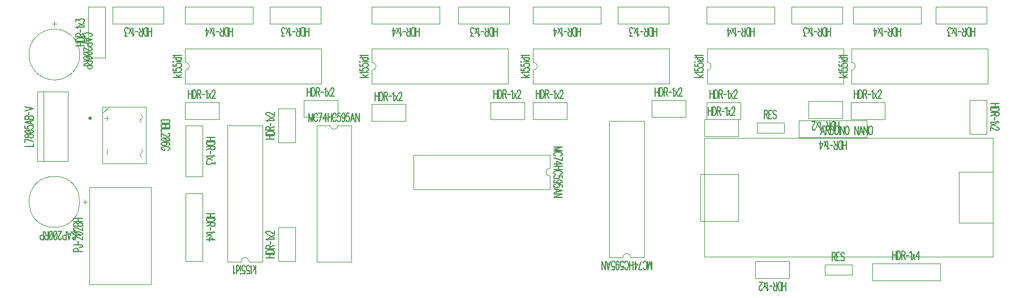
<source format=gbr>
G04 DipTrace Beta 3.9.0.1*
G04 TopAssembly.gbr*
%MOMM*%
G04 #@! TF.FileFunction,Drawing,Top*
G04 #@! TF.Part,Single*
%ADD10C,0.01*%
%ADD12C,0.12*%
%ADD62C,0.13889*%
%FSLAX35Y35*%
G04*
G71*
G90*
G75*
G01*
G04 TopAssy*
%LPD*%
X-4643685Y3958945D2*
D10*
X-2603685D1*
Y3438925D2*
Y3958945D1*
X-4643685Y3438925D2*
X-2603685D1*
X-4643685D2*
Y3638925D1*
Y3958945D2*
Y3758945D1*
Y3638925D2*
G03X-4643685Y3758945I-33J60010D01*
G01*
X-4010702Y773938D2*
Y2813938D1*
X-3490682D2*
X-4010702D1*
X-3490682Y773938D2*
Y2813938D1*
Y773938D2*
X-3690682D1*
X-4010702D2*
X-3810702D1*
X-3690682D2*
G03X-3810702Y773938I-60010J-33D01*
G01*
X-1849688Y3958945D2*
X190312D1*
Y3438925D2*
Y3958945D1*
X-1849688Y3438925D2*
X190312D1*
X-1849688D2*
Y3638925D1*
Y3958945D2*
Y3758945D1*
Y3638925D2*
G03X-1849688Y3758945I-33J60010D01*
G01*
X3166808Y3958945D2*
X5206808D1*
Y3438925D2*
Y3958945D1*
X3166808Y3438925D2*
X5206808D1*
X3166808D2*
Y3638925D1*
Y3958945D2*
Y3758945D1*
Y3638925D2*
G03X3166808Y3758945I-33J60010D01*
G01*
X563312Y3958945D2*
X2603312D1*
Y3438925D2*
Y3958945D1*
X563312Y3438925D2*
X2603312D1*
X563312D2*
Y3638925D1*
Y3958945D2*
Y3758945D1*
Y3638925D2*
G03X563312Y3758945I-33J60010D01*
G01*
X5325812Y3958945D2*
X7365812D1*
Y3438925D2*
Y3958945D1*
X5325812Y3438925D2*
X7365812D1*
X5325812D2*
Y3638925D1*
Y3958945D2*
Y3758945D1*
Y3638925D2*
G03X5325812Y3758945I-33J60010D01*
G01*
X1704258Y837418D2*
Y2877418D1*
X2224278D2*
X1704258D1*
X2224278Y837418D2*
Y2877418D1*
Y837418D2*
X2024278D1*
X1704258D2*
X1904258D1*
X2024278D2*
G03X1904258Y837418I-60010J-33D01*
G01*
X814255Y1851914D2*
X-1225745Y1852096D1*
X-1225699Y2372116D2*
X-1225745Y1852096D1*
X814301Y2371934D2*
X-1225699Y2372116D1*
X814301Y2371934D2*
X814284Y2171934D1*
X814255Y1851914D2*
X814273Y2051914D1*
X814284Y2171934D2*
G03X814273Y2051914I28J-60010D01*
G01*
X5191808Y4588435D2*
Y4334435D1*
X4429808D1*
Y4588435D2*
Y4334435D1*
X5191808Y4588435D2*
X4429808D1*
X-2157178Y2813938D2*
Y773938D1*
X-2677198D2*
X-2157178D1*
X-2677198Y2813938D2*
Y773938D1*
Y2813938D2*
X-2477198D1*
X-2157178D2*
X-2357178D1*
X-2477198D2*
G03X-2357178Y2813938I60010J33D01*
G01*
X5350562Y4588435D2*
Y4334435D1*
X6366562Y4588435D2*
X5350562D1*
X6366562Y4334435D2*
X5350562D1*
X6366562Y4588435D2*
Y4334435D1*
X2588312Y4588435D2*
Y4334435D1*
X1826312D1*
Y4588435D2*
Y4334435D1*
X2588312Y4588435D2*
X1826312D1*
X207062D2*
Y4334435D1*
X-554938D1*
Y4588435D2*
Y4334435D1*
X207062Y4588435D2*
X-554938D1*
X7350812D2*
Y4334435D1*
X6588812D1*
Y4588435D2*
Y4334435D1*
X7350812Y4588435D2*
X6588812D1*
X-4639692Y2809935D2*
X-4385692D1*
Y2047935D1*
X-4639692D2*
X-4385692D1*
X-4639692Y2809935D2*
Y2047935D1*
X-4650688Y4588435D2*
Y4334435D1*
X-3634688Y4588435D2*
X-4650688D1*
X-3634688Y4334435D2*
X-4650688D1*
X-3634688Y4588435D2*
Y4334435D1*
X556315Y4588435D2*
Y4334435D1*
X1572315Y4588435D2*
X556315D1*
X1572315Y4334435D2*
X556315D1*
X1572315Y4588435D2*
Y4334435D1*
X-2618692Y4588435D2*
Y4334435D1*
X-3380692D1*
Y4588435D2*
Y4334435D1*
X-2618692Y4588435D2*
X-3380692D1*
X-1856685D2*
Y4334435D1*
X-840685Y4588435D2*
X-1856685D1*
X-840685Y4334435D2*
X-1856685D1*
X-840685Y4588435D2*
Y4334435D1*
X-4639692Y777935D2*
X-4385692D1*
X-4639692Y1793935D2*
Y777935D1*
X-4385692Y1793935D2*
Y777935D1*
X-4639692Y1793935D2*
X-4385692D1*
X3159812Y4588435D2*
Y4334435D1*
X4175812Y4588435D2*
X3159812D1*
X4175812Y4334435D2*
X3159812D1*
X4175812Y4588435D2*
Y4334435D1*
X3636065Y2651688D2*
Y2905688D1*
X3128065Y2651688D2*
X3636065D1*
X3128065D2*
Y2905688D1*
X3636065D1*
X3890058Y778435D2*
Y524435D1*
X4398058Y778435D2*
X3890058D1*
X4398058D2*
Y524435D1*
X3890058D1*
X3128212Y2619938D2*
Y841938D1*
X7446062D1*
Y2619938D1*
X3128212D1*
X6938258Y2111965D2*
D12*
Y1349912D1*
X7446062D1*
Y2111965D1*
X6938258D1*
X3636452Y2080138D2*
X3064682D1*
Y1381918D1*
X3636452D1*
Y2080138D1*
X-6079065Y430315D2*
Y1890315D1*
X-5855805D1*
X-5382325D2*
X-5159065D1*
Y1752892D1*
Y1267738D2*
Y430315D1*
X-6079065D1*
X-5159065D1*
Y1890315D1*
X-6079065D1*
Y430315D1*
X-5230805Y3001572D2*
Y3092572D1*
X-5880805D1*
Y3001572D1*
X-5230805Y2331572D2*
Y2240572D1*
X-5880805D1*
Y2331572D1*
G36*
X-6066805Y2946572D2*
X-6063542Y2946358D1*
X-6060335Y2945720D1*
X-6057238Y2944669D1*
X-6054305Y2943222D1*
X-6051586Y2941406D1*
X-6049127Y2939249D1*
X-6046971Y2936791D1*
X-6045154Y2934072D1*
X-6043708Y2931139D1*
X-6042657Y2928042D1*
X-6042019Y2924835D1*
X-6041805Y2921572D1*
X-6042019Y2918309D1*
X-6042657Y2915101D1*
X-6043708Y2912005D1*
X-6045154Y2909072D1*
X-6046971Y2906353D1*
X-6049127Y2903894D1*
X-6051586Y2901738D1*
X-6054305Y2899921D1*
X-6057238Y2898475D1*
X-6060335Y2897424D1*
X-6063542Y2896786D1*
X-6066805Y2896572D1*
D1*
X-6070068Y2896786D1*
X-6073275Y2897424D1*
X-6076372Y2898475D1*
X-6079305Y2899921D1*
X-6082024Y2901738D1*
X-6084483Y2903894D1*
X-6086639Y2906353D1*
X-6088456Y2909072D1*
X-6089902Y2912005D1*
X-6090953Y2915101D1*
X-6091591Y2918309D1*
X-6091805Y2921572D1*
X-6091591Y2924835D1*
X-6090953Y2928042D1*
X-6089902Y2931139D1*
X-6088456Y2934072D1*
X-6086639Y2936791D1*
X-6084483Y2939249D1*
X-6082024Y2941406D1*
X-6079305Y2943222D1*
X-6076372Y2944669D1*
X-6073275Y2945720D1*
X-6070068Y2946358D1*
X-6066805Y2946572D1*
D1*
G37*
X-5880805Y2992572D2*
D12*
X-5780805Y3092572D1*
X-5230805D1*
Y2240572D1*
X-5880805D1*
Y2992572D1*
X-5786928Y2918315D2*
D10*
X-5846915D1*
X-5816878Y2888312D2*
Y2948322D1*
X-5816875Y2454068D2*
Y2384122D1*
X-5302745Y2977418D2*
G02X-5302745Y2911388I-19582J-33015D01*
G01*
G03X-5294092Y2859952I8609J-24998D01*
G01*
X-5301145Y2459818D2*
G02X-5301145Y2393788I-19582J-33015D01*
G01*
G03X-5292492Y2342352I8609J-24998D01*
G01*
X-6143292Y1697462D2*
Y1637415D1*
X-6113328Y1667438D2*
X-6173342D1*
X-6603292Y2048438D2*
X-6603328D1*
G03X-6603328Y1286438I0J-381000D01*
G01*
X-6603292D1*
G03X-6603292Y2048438I0J381000D01*
G01*
X-6633383Y4334092D2*
X-6573337Y4334098D1*
X-6603363Y4364058D2*
X-6603357Y4304045D1*
X-6984309Y3874053D2*
Y3874016D1*
G03X-6222309Y3874101I381000J42D01*
G01*
Y3874137D1*
G03X-6984309Y3874053I-381000J-42D01*
G01*
X-6761425Y2274562D2*
Y3314562D1*
X-6861568Y2274562D2*
Y3314562D1*
X-6401568Y2274562D2*
Y3314562D1*
Y2274562D2*
X-6861568D1*
X-6401568Y3314562D2*
X-6861568D1*
X5826808Y2905685D2*
Y3159685D1*
X5318808Y2905685D2*
X5826808D1*
X5318808D2*
Y3159685D1*
X5826808D1*
X7096808Y2683435D2*
X7350808D1*
X7096808Y3191435D2*
Y2683435D1*
Y3191435D2*
X7350808D1*
Y2683435D1*
X3667815Y2905685D2*
Y3159685D1*
X3159815Y2905685D2*
X3667815D1*
X3159815D2*
Y3159685D1*
X3667815D1*
X4683808Y3175565D2*
Y2921565D1*
X5191808Y3175565D2*
X4683808D1*
X5191808D2*
Y2921565D1*
X4683808D1*
X1064308Y2905685D2*
Y3159685D1*
X556308Y2905685D2*
X1064308D1*
X556308D2*
Y3159685D1*
X1064308D1*
X2842315Y2937435D2*
Y3191435D1*
X2334315Y2937435D2*
X2842315D1*
X2334315D2*
Y3191435D1*
X2842315D1*
X-1348688Y2873935D2*
Y3127935D1*
X-1856688Y2873935D2*
X-1348688D1*
X-1856688D2*
Y3127935D1*
X-1348688D1*
X429308Y2905685D2*
Y3159685D1*
X-78692Y2905685D2*
X429308D1*
X-78692D2*
Y3159685D1*
X429308D1*
X-4142688Y2905685D2*
Y3159685D1*
X-4650688Y2905685D2*
X-4142688D1*
X-4650688D2*
Y3159685D1*
X-4142688D1*
X-2364688Y2937435D2*
Y3191435D1*
X-2872688Y2937435D2*
X-2364688D1*
X-2872688D2*
Y3191435D1*
X-2364688D1*
X-2999692Y1286438D2*
X-3253692D1*
X-2999692Y778438D2*
Y1286438D1*
Y778438D2*
X-3253692D1*
Y1286438D1*
X-2999692Y3064438D2*
X-3253692D1*
X-2999692Y2556438D2*
Y3064438D1*
Y2556438D2*
X-3253692D1*
Y3064438D1*
X-5841318Y3826438D2*
X-6095318D1*
Y4588438D1*
X-5841318D2*
X-6095318D1*
X-5841318Y3826438D2*
Y4588438D1*
X-4968185Y4588432D2*
Y4334432D1*
X-5730185D1*
Y4588432D2*
Y4334432D1*
X-4968185Y4588432D2*
X-5730185D1*
X4540938Y2889812D2*
Y2635812D1*
X5556938Y2889812D2*
X4540938D1*
X5556938Y2635812D2*
X4540938D1*
X5556938Y2889812D2*
Y2635812D1*
X5331892Y575232D2*
Y727632D1*
X4924732Y575232D2*
X5331892D1*
X4924732D2*
Y727632D1*
X5331892D1*
X4315888Y2702488D2*
Y2854888D1*
X3908728Y2702488D2*
X4315888D1*
X3908728D2*
Y2854888D1*
X4315888D1*
X6652312Y492685D2*
Y746685D1*
X5636312Y492685D2*
X6652312D1*
X5636312Y746685D2*
X6652312D1*
X5636312Y492685D2*
Y746685D1*
X-4826812Y3534044D2*
D62*
X-4699203D1*
X-4784276Y3570516D2*
X-4723489Y3534044D1*
X-4747776Y3548616D2*
X-4699203Y3574138D1*
X-4802385Y3590805D2*
X-4808562Y3598133D1*
X-4826672Y3609083D1*
X-4699203D1*
X-4826672Y3669465D2*
Y3633078D1*
X-4772062Y3629456D1*
X-4778099Y3633078D1*
X-4784276Y3644028D1*
Y3654893D1*
X-4778099Y3665843D1*
X-4766026Y3673171D1*
X-4747776Y3676793D1*
X-4735703D1*
X-4717453Y3673171D1*
X-4705239Y3665843D1*
X-4699203Y3654893D1*
Y3644028D1*
X-4705239Y3633078D1*
X-4711416Y3629456D1*
X-4723489Y3625749D1*
X-4826672Y3737176D2*
Y3700788D1*
X-4772062Y3697166D1*
X-4778099Y3700788D1*
X-4784276Y3711738D1*
Y3722604D1*
X-4778099Y3733554D1*
X-4766026Y3740882D1*
X-4747776Y3744504D1*
X-4735703D1*
X-4717453Y3740882D1*
X-4705239Y3733554D1*
X-4699203Y3722604D1*
Y3711738D1*
X-4705239Y3700788D1*
X-4711416Y3697166D1*
X-4723489Y3693460D1*
X-4826812Y3761171D2*
X-4820776Y3764792D1*
X-4826812Y3768499D1*
X-4832989Y3764792D1*
X-4826812Y3761171D1*
X-4784276Y3764792D2*
X-4699203D1*
X-4826812Y3828881D2*
X-4699203D1*
X-4766026D2*
X-4778239Y3821637D1*
X-4784276Y3814309D1*
Y3803359D1*
X-4778239Y3796115D1*
X-4766026Y3788787D1*
X-4747776Y3785165D1*
X-4735703D1*
X-4717453Y3788787D1*
X-4705379Y3796115D1*
X-4699203Y3803359D1*
Y3814309D1*
X-4705379Y3821637D1*
X-4717453Y3828881D1*
X-4802385Y3845548D2*
X-4808562Y3852876D1*
X-4826672Y3863826D1*
X-4699203D1*
X-3585801Y590811D2*
Y718421D1*
X-3622273Y633348D2*
X-3585801Y694134D1*
X-3600373Y669848D2*
X-3625895Y718421D1*
X-3642561Y615238D2*
X-3649889Y609061D1*
X-3660839Y590952D1*
Y718421D1*
X-3721222Y590952D2*
X-3684834D1*
X-3681212Y645561D1*
X-3684834Y639525D1*
X-3695784Y633348D1*
X-3706650D1*
X-3717600Y639525D1*
X-3724928Y651598D1*
X-3728550Y669848D1*
Y681921D1*
X-3724928Y700171D1*
X-3717600Y712384D1*
X-3706650Y718421D1*
X-3695784D1*
X-3684834Y712384D1*
X-3681212Y706207D1*
X-3677506Y694134D1*
X-3788932Y590952D2*
X-3752545D1*
X-3748923Y645561D1*
X-3752545Y639525D1*
X-3763495Y633348D1*
X-3774361D1*
X-3785311Y639525D1*
X-3792639Y651598D1*
X-3796261Y669848D1*
Y681921D1*
X-3792639Y700171D1*
X-3785311Y712384D1*
X-3774361Y718421D1*
X-3763495D1*
X-3752545Y712384D1*
X-3748923Y706207D1*
X-3745217Y694134D1*
X-3812927Y590811D2*
X-3816549Y596848D1*
X-3820255Y590811D1*
X-3816549Y584634D1*
X-3812927Y590811D1*
X-3816549Y633348D2*
Y718421D1*
X-3880638Y590811D2*
Y718421D1*
Y651598D2*
X-3873394Y639384D1*
X-3866066Y633348D1*
X-3855116D1*
X-3847872Y639384D1*
X-3840544Y651598D1*
X-3836922Y669848D1*
Y681921D1*
X-3840544Y700171D1*
X-3847872Y712244D1*
X-3855116Y718421D1*
X-3866066D1*
X-3873394Y712244D1*
X-3880638Y700171D1*
X-3897304Y615238D2*
X-3904632Y609061D1*
X-3915582Y590952D1*
Y718421D1*
X-2032815Y3534044D2*
X-1905206D1*
X-1990279Y3570516D2*
X-1929492Y3534044D1*
X-1953779Y3548616D2*
X-1905206Y3574138D1*
X-2008389Y3590805D2*
X-2014565Y3598133D1*
X-2032675Y3609083D1*
X-1905206D1*
X-2032675Y3669465D2*
Y3633078D1*
X-1978065Y3629456D1*
X-1984102Y3633078D1*
X-1990279Y3644028D1*
Y3654893D1*
X-1984102Y3665843D1*
X-1972029Y3673171D1*
X-1953779Y3676793D1*
X-1941706D1*
X-1923456Y3673171D1*
X-1911242Y3665843D1*
X-1905206Y3654893D1*
Y3644028D1*
X-1911242Y3633078D1*
X-1917419Y3629456D1*
X-1929492Y3625749D1*
X-2032675Y3737176D2*
Y3700788D1*
X-1978065Y3697166D1*
X-1984102Y3700788D1*
X-1990279Y3711738D1*
Y3722604D1*
X-1984102Y3733554D1*
X-1972029Y3740882D1*
X-1953779Y3744504D1*
X-1941706D1*
X-1923456Y3740882D1*
X-1911242Y3733554D1*
X-1905206Y3722604D1*
Y3711738D1*
X-1911242Y3700788D1*
X-1917419Y3697166D1*
X-1929492Y3693460D1*
X-2032815Y3761171D2*
X-2026779Y3764792D1*
X-2032815Y3768499D1*
X-2038992Y3764792D1*
X-2032815Y3761171D1*
X-1990279Y3764792D2*
X-1905206D1*
X-2032815Y3828881D2*
X-1905206D1*
X-1972029D2*
X-1984242Y3821637D1*
X-1990279Y3814309D1*
Y3803359D1*
X-1984242Y3796115D1*
X-1972029Y3788787D1*
X-1953779Y3785165D1*
X-1941706D1*
X-1923456Y3788787D1*
X-1911383Y3796115D1*
X-1905206Y3803359D1*
Y3814309D1*
X-1911383Y3821637D1*
X-1923456Y3828881D1*
X-2008389Y3845548D2*
X-2014565Y3852876D1*
X-2032675Y3863826D1*
X-1905206D1*
X2983681Y3534044D2*
X3111291D1*
X3026218Y3570516D2*
X3087004Y3534044D1*
X3062718Y3548616D2*
X3111291Y3574138D1*
X3008108Y3590805D2*
X3001931Y3598133D1*
X2983822Y3609083D1*
X3111291D1*
X2983822Y3669465D2*
Y3633078D1*
X3038431Y3629456D1*
X3032395Y3633078D1*
X3026218Y3644028D1*
Y3654893D1*
X3032395Y3665843D1*
X3044468Y3673171D1*
X3062718Y3676793D1*
X3074791D1*
X3093041Y3673171D1*
X3105254Y3665843D1*
X3111291Y3654893D1*
Y3644028D1*
X3105254Y3633078D1*
X3099077Y3629456D1*
X3087004Y3625749D1*
X2983822Y3737176D2*
Y3700788D1*
X3038431Y3697166D1*
X3032395Y3700788D1*
X3026218Y3711738D1*
Y3722604D1*
X3032395Y3733554D1*
X3044468Y3740882D1*
X3062718Y3744504D1*
X3074791D1*
X3093041Y3740882D1*
X3105254Y3733554D1*
X3111291Y3722604D1*
Y3711738D1*
X3105254Y3700788D1*
X3099077Y3697166D1*
X3087004Y3693460D1*
X2983681Y3761171D2*
X2989718Y3764792D1*
X2983681Y3768499D1*
X2977504Y3764792D1*
X2983681Y3761171D1*
X3026218Y3764792D2*
X3111291D1*
X2983681Y3828881D2*
X3111291D1*
X3044468D2*
X3032254Y3821637D1*
X3026218Y3814309D1*
Y3803359D1*
X3032254Y3796115D1*
X3044468Y3788787D1*
X3062718Y3785165D1*
X3074791D1*
X3093041Y3788787D1*
X3105114Y3796115D1*
X3111291Y3803359D1*
Y3814309D1*
X3105114Y3821637D1*
X3093041Y3828881D1*
X3008108Y3845548D2*
X3001931Y3852876D1*
X2983822Y3863826D1*
X3111291D1*
X380185Y3534044D2*
X507794D1*
X422721Y3570516D2*
X483508Y3534044D1*
X459221Y3548616D2*
X507794Y3574138D1*
X404611Y3590805D2*
X398435Y3598133D1*
X380325Y3609083D1*
X507794D1*
X380325Y3669465D2*
Y3633078D1*
X434935Y3629456D1*
X428898Y3633078D1*
X422721Y3644028D1*
Y3654893D1*
X428898Y3665843D1*
X440971Y3673171D1*
X459221Y3676793D1*
X471294D1*
X489544Y3673171D1*
X501758Y3665843D1*
X507794Y3654893D1*
Y3644028D1*
X501758Y3633078D1*
X495581Y3629456D1*
X483508Y3625749D1*
X380325Y3737176D2*
Y3700788D1*
X434935Y3697166D1*
X428898Y3700788D1*
X422721Y3711738D1*
Y3722604D1*
X428898Y3733554D1*
X440971Y3740882D1*
X459221Y3744504D1*
X471294D1*
X489544Y3740882D1*
X501758Y3733554D1*
X507794Y3722604D1*
Y3711738D1*
X501758Y3700788D1*
X495581Y3697166D1*
X483508Y3693460D1*
X380185Y3761171D2*
X386221Y3764792D1*
X380185Y3768499D1*
X374008Y3764792D1*
X380185Y3761171D1*
X422721Y3764792D2*
X507794D1*
X380185Y3828881D2*
X507794D1*
X440971D2*
X428758Y3821637D1*
X422721Y3814309D1*
Y3803359D1*
X428758Y3796115D1*
X440971Y3788787D1*
X459221Y3785165D1*
X471294D1*
X489544Y3788787D1*
X501617Y3796115D1*
X507794Y3803359D1*
Y3814309D1*
X501617Y3821637D1*
X489544Y3828881D1*
X404611Y3845548D2*
X398435Y3852876D1*
X380325Y3863826D1*
X507794D1*
X5142685Y3534044D2*
X5270294D1*
X5185221Y3570516D2*
X5246008Y3534044D1*
X5221721Y3548616D2*
X5270294Y3574138D1*
X5167111Y3590805D2*
X5160935Y3598133D1*
X5142825Y3609083D1*
X5270294D1*
X5142825Y3669465D2*
Y3633078D1*
X5197435Y3629456D1*
X5191398Y3633078D1*
X5185221Y3644028D1*
Y3654893D1*
X5191398Y3665843D1*
X5203471Y3673171D1*
X5221721Y3676793D1*
X5233794D1*
X5252044Y3673171D1*
X5264258Y3665843D1*
X5270294Y3654893D1*
Y3644028D1*
X5264258Y3633078D1*
X5258081Y3629456D1*
X5246008Y3625749D1*
X5142825Y3737176D2*
Y3700788D1*
X5197435Y3697166D1*
X5191398Y3700788D1*
X5185221Y3711738D1*
Y3722604D1*
X5191398Y3733554D1*
X5203471Y3740882D1*
X5221721Y3744504D1*
X5233794D1*
X5252044Y3740882D1*
X5264258Y3733554D1*
X5270294Y3722604D1*
Y3711738D1*
X5264258Y3700788D1*
X5258081Y3697166D1*
X5246008Y3693460D1*
X5142685Y3761171D2*
X5148721Y3764792D1*
X5142685Y3768499D1*
X5136508Y3764792D1*
X5142685Y3761171D1*
X5185221Y3764792D2*
X5270294D1*
X5142685Y3828881D2*
X5270294D1*
X5203471D2*
X5191258Y3821637D1*
X5185221Y3814309D1*
Y3803359D1*
X5191258Y3796115D1*
X5203471Y3788787D1*
X5221721Y3785165D1*
X5233794D1*
X5252044Y3788787D1*
X5264117Y3796115D1*
X5270294Y3803359D1*
Y3814309D1*
X5264117Y3821637D1*
X5252044Y3828881D1*
X5167111Y3845548D2*
X5160935Y3852876D1*
X5142825Y3863826D1*
X5270294D1*
X2280963Y781901D2*
Y654291D1*
X2310107Y781901D1*
X2339251Y654291D1*
Y781901D1*
X2209631Y684614D2*
X2213253Y672541D1*
X2220581Y660328D1*
X2227824Y654291D1*
X2242396D1*
X2249724Y660328D1*
X2256968Y672541D1*
X2260674Y684614D1*
X2264296Y702864D1*
Y733328D1*
X2260674Y751437D1*
X2256968Y763651D1*
X2249724Y775724D1*
X2242396Y781901D1*
X2227824D1*
X2220581Y775724D1*
X2213253Y763651D1*
X2209631Y751437D1*
X2178392Y781901D2*
X2141920Y654432D1*
X2192964D1*
X2088781Y781901D2*
Y654432D1*
X2125253Y739364D1*
X2070588D1*
X2053921Y654291D2*
Y781901D1*
X2002877Y654291D2*
Y781901D1*
X2053921Y715078D2*
X2002877D1*
X1931545Y684614D2*
X1935167Y672541D1*
X1942495Y660328D1*
X1949739Y654291D1*
X1964310D1*
X1971639Y660328D1*
X1978882Y672541D1*
X1982589Y684614D1*
X1986210Y702864D1*
Y733328D1*
X1982589Y751437D1*
X1978882Y763651D1*
X1971639Y775724D1*
X1964310Y781901D1*
X1949739D1*
X1942495Y775724D1*
X1935167Y763651D1*
X1931545Y751437D1*
X1871162Y654432D2*
X1907550D1*
X1911172Y709041D1*
X1907550Y703005D1*
X1896600Y696828D1*
X1885734D1*
X1874784Y703005D1*
X1867456Y715078D1*
X1863834Y733328D1*
Y745401D1*
X1867456Y763651D1*
X1874784Y775864D1*
X1885734Y781901D1*
X1896600D1*
X1907550Y775864D1*
X1911172Y769687D1*
X1914878Y757614D1*
X1799746Y696828D2*
X1803452Y715078D1*
X1810696Y727291D1*
X1821646Y733328D1*
X1825267D1*
X1836217Y727291D1*
X1843461Y715078D1*
X1847167Y696828D1*
Y690791D1*
X1843461Y672541D1*
X1836217Y660468D1*
X1825267Y654432D1*
X1821646D1*
X1810696Y660468D1*
X1803452Y672541D1*
X1799746Y696828D1*
Y727291D1*
X1803452Y757614D1*
X1810696Y775864D1*
X1821646Y781901D1*
X1828889D1*
X1839839Y775864D1*
X1843461Y763651D1*
X1739363Y654432D2*
X1775751D1*
X1779373Y709041D1*
X1775751Y703005D1*
X1764801Y696828D1*
X1753935D1*
X1742985Y703005D1*
X1735657Y715078D1*
X1732035Y733328D1*
Y745401D1*
X1735657Y763651D1*
X1742985Y775864D1*
X1753935Y781901D1*
X1764801D1*
X1775751Y775864D1*
X1779373Y769687D1*
X1783079Y757614D1*
X1656996Y781901D2*
X1686225Y654291D1*
X1715368Y781901D1*
X1704418Y739364D2*
X1667946D1*
X1589286Y654291D2*
Y781901D1*
X1640330Y654291D1*
Y781901D1*
X869824Y2428614D2*
X997434Y2428603D1*
X869827Y2457758D1*
X997439Y2486890D1*
X869829Y2486902D1*
X967104Y2357273D2*
X979178Y2360894D1*
X991392Y2368221D1*
X997429Y2375464D1*
X997430Y2390036D1*
X991394Y2397365D1*
X979182Y2404610D1*
X967109Y2408317D1*
X948859Y2411940D1*
X918396Y2411943D1*
X900286Y2408323D1*
X888072Y2404618D1*
X875998Y2397375D1*
X869821Y2390047D1*
X869819Y2375475D1*
X875996Y2368231D1*
X888068Y2360902D1*
X900281Y2357279D1*
X869815Y2326043D2*
X997281Y2289560D1*
X997285Y2340604D1*
X869807Y2236432D2*
X997276Y2236421D1*
X912347Y2272901D1*
X912342Y2218235D1*
X997413Y2201561D2*
X869804Y2201572D1*
X997409Y2150517D2*
X869799Y2150528D1*
X936627Y2201566D2*
X936622Y2150522D1*
X967079Y2079187D2*
X979153Y2082808D1*
X991367Y2090135D1*
X997404Y2097378D1*
X997405Y2111950D1*
X991370Y2119279D1*
X979157Y2126524D1*
X967084Y2130231D1*
X948834Y2133854D1*
X918371Y2133857D1*
X900261Y2130237D1*
X888047Y2126532D1*
X875973Y2119289D1*
X869796Y2111961D1*
X869795Y2097389D1*
X875971Y2090145D1*
X888043Y2082816D1*
X900256Y2079193D1*
X997257Y2018802D2*
X997260Y2055190D1*
X942651Y2058816D1*
X948687Y2055194D1*
X954863Y2044243D1*
X954862Y2033378D1*
X948684Y2022428D1*
X936610Y2015101D1*
X918360Y2011481D1*
X906287Y2011482D1*
X888037Y2015105D1*
X875824Y2022435D1*
X869789Y2033385D1*
X869790Y2044251D1*
X875827Y2055200D1*
X882005Y2058822D1*
X894078Y2062527D1*
X954854Y1947389D2*
X936605Y1951097D1*
X924392Y1958342D1*
X918356Y1969292D1*
X918357Y1972914D1*
X924394Y1983864D1*
X936608Y1991106D1*
X954859Y1994811D1*
X960895Y1994810D1*
X979145Y1991103D1*
X991217Y1983858D1*
X997253Y1972907D1*
X997252Y1969285D1*
X991215Y1958336D1*
X979141Y1951093D1*
X954854Y1947389D1*
X924391Y1947392D1*
X894068Y1951101D1*
X875819Y1958346D1*
X869783Y1969297D1*
X869784Y1976540D1*
X875821Y1987490D1*
X888035Y1991111D1*
X997245Y1887003D2*
X997248Y1923390D1*
X942639Y1927017D1*
X948675Y1923395D1*
X954851Y1912444D1*
X954850Y1901578D1*
X948672Y1890629D1*
X936599Y1883302D1*
X918348Y1879682D1*
X906275Y1879683D1*
X888026Y1883306D1*
X875813Y1890635D1*
X869777Y1901586D1*
X869778Y1912452D1*
X875816Y1923401D1*
X881993Y1927023D1*
X894066Y1930728D1*
X869769Y1804647D2*
X997381Y1833864D1*
X869774Y1863019D1*
X912309Y1852066D2*
X912306Y1815594D1*
X997372Y1736926D2*
X869762Y1736937D1*
X997377Y1787969D1*
X869767Y1787981D1*
X5013140Y4151308D2*
Y4278917D1*
X4962096Y4151308D2*
Y4278917D1*
X5013140Y4212094D2*
X4962096D1*
X4945429Y4151308D2*
Y4278917D1*
X4919907D1*
X4908957Y4272741D1*
X4901629Y4260667D1*
X4898007Y4248454D1*
X4894385Y4230344D1*
Y4199881D1*
X4898007Y4181631D1*
X4901629Y4169558D1*
X4908957Y4157344D1*
X4919907Y4151308D1*
X4945429D1*
X4877719Y4212094D2*
X4844953D1*
X4834003Y4205917D1*
X4830297Y4199881D1*
X4826675Y4187808D1*
Y4175594D1*
X4830297Y4163521D1*
X4834003Y4157344D1*
X4844953Y4151308D1*
X4877719D1*
Y4278917D1*
X4852197Y4212094D2*
X4826675Y4278917D1*
X4810008Y4215183D2*
X4767893D1*
X4751226Y4175735D2*
X4743898Y4169558D1*
X4732948Y4151448D1*
Y4278917D1*
X4716281Y4193844D2*
X4676187Y4278917D1*
Y4193844D2*
X4716281Y4278917D1*
X4652193Y4151448D2*
X4612183D1*
X4633999Y4200021D1*
X4623049D1*
X4615805Y4206058D1*
X4612183Y4212094D1*
X4608477Y4230344D1*
Y4242417D1*
X4612183Y4260667D1*
X4619427Y4272881D1*
X4630377Y4278917D1*
X4641327D1*
X4652193Y4272881D1*
X4655815Y4266704D1*
X4659521Y4254631D1*
X-2733883Y2869456D2*
Y2997065D1*
X-2763027Y2869456D1*
X-2792171Y2997065D1*
Y2869456D1*
X-2662551Y2966742D2*
X-2666173Y2978815D1*
X-2673501Y2991029D1*
X-2680744Y2997065D1*
X-2695316D1*
X-2702644Y2991029D1*
X-2709888Y2978815D1*
X-2713594Y2966742D1*
X-2717216Y2948492D1*
Y2918029D1*
X-2713594Y2899919D1*
X-2709888Y2887706D1*
X-2702644Y2875633D1*
X-2695316Y2869456D1*
X-2680744D1*
X-2673501Y2875633D1*
X-2666173Y2887706D1*
X-2662551Y2899919D1*
X-2631312Y2869456D2*
X-2594840Y2996925D1*
X-2645884D1*
X-2541701Y2869456D2*
Y2996925D1*
X-2578173Y2911992D1*
X-2523508D1*
X-2506841Y2997065D2*
Y2869456D1*
X-2455797Y2997065D2*
Y2869456D1*
X-2506841Y2936279D2*
X-2455797D1*
X-2384465Y2966742D2*
X-2388087Y2978815D1*
X-2395415Y2991029D1*
X-2402659Y2997065D1*
X-2417230D1*
X-2424559Y2991029D1*
X-2431802Y2978815D1*
X-2435509Y2966742D1*
X-2439130Y2948492D1*
Y2918029D1*
X-2435509Y2899919D1*
X-2431802Y2887706D1*
X-2424559Y2875633D1*
X-2417230Y2869456D1*
X-2402659D1*
X-2395415Y2875633D1*
X-2388087Y2887706D1*
X-2384465Y2899919D1*
X-2324082Y2996925D2*
X-2360470D1*
X-2364092Y2942315D1*
X-2360470Y2948352D1*
X-2349520Y2954529D1*
X-2338654D1*
X-2327704Y2948352D1*
X-2320376Y2936279D1*
X-2316754Y2918029D1*
Y2905956D1*
X-2320376Y2887706D1*
X-2327704Y2875492D1*
X-2338654Y2869456D1*
X-2349520D1*
X-2360470Y2875492D1*
X-2364092Y2881669D1*
X-2367798Y2893742D1*
X-2252666Y2954529D2*
X-2256372Y2936279D1*
X-2263616Y2924065D1*
X-2274566Y2918029D1*
X-2278187D1*
X-2289137Y2924065D1*
X-2296381Y2936279D1*
X-2300087Y2954529D1*
Y2960565D1*
X-2296381Y2978815D1*
X-2289137Y2990889D1*
X-2278187Y2996925D1*
X-2274566D1*
X-2263616Y2990889D1*
X-2256372Y2978815D1*
X-2252666Y2954529D1*
Y2924065D1*
X-2256372Y2893742D1*
X-2263616Y2875492D1*
X-2274566Y2869456D1*
X-2281809D1*
X-2292759Y2875492D1*
X-2296381Y2887706D1*
X-2192283Y2996925D2*
X-2228671D1*
X-2232293Y2942315D1*
X-2228671Y2948352D1*
X-2217721Y2954529D1*
X-2206855D1*
X-2195905Y2948352D1*
X-2188577Y2936279D1*
X-2184955Y2918029D1*
Y2905956D1*
X-2188577Y2887706D1*
X-2195905Y2875492D1*
X-2206855Y2869456D1*
X-2217721D1*
X-2228671Y2875492D1*
X-2232293Y2881669D1*
X-2235999Y2893742D1*
X-2109916Y2869456D2*
X-2139145Y2997065D1*
X-2168288Y2869456D1*
X-2157338Y2911992D2*
X-2120866D1*
X-2042206Y2997065D2*
Y2869456D1*
X-2093250Y2997065D1*
Y2869456D1*
X6062704Y4151308D2*
Y4278917D1*
X6011660Y4151308D2*
Y4278917D1*
X6062704Y4212094D2*
X6011660D1*
X5994993Y4151308D2*
Y4278917D1*
X5969472D1*
X5958522Y4272741D1*
X5951193Y4260667D1*
X5947572Y4248454D1*
X5943950Y4230344D1*
Y4199881D1*
X5947572Y4181631D1*
X5951193Y4169558D1*
X5958522Y4157344D1*
X5969472Y4151308D1*
X5994993D1*
X5927283Y4212094D2*
X5894517D1*
X5883567Y4205917D1*
X5879861Y4199881D1*
X5876239Y4187808D1*
Y4175594D1*
X5879861Y4163521D1*
X5883567Y4157344D1*
X5894517Y4151308D1*
X5927283D1*
Y4278917D1*
X5901761Y4212094D2*
X5876239Y4278917D1*
X5859572Y4215183D2*
X5817457D1*
X5800790Y4175735D2*
X5793462Y4169558D1*
X5782512Y4151448D1*
Y4278917D1*
X5765846Y4193844D2*
X5725752Y4278917D1*
Y4193844D2*
X5765846Y4278917D1*
X5672613D2*
Y4151448D1*
X5709085Y4236381D1*
X5654419D1*
X2409643Y4151308D2*
Y4278917D1*
X2358599Y4151308D2*
Y4278917D1*
X2409643Y4212094D2*
X2358599D1*
X2341933Y4151308D2*
Y4278917D1*
X2316411D1*
X2305461Y4272741D1*
X2298133Y4260667D1*
X2294511Y4248454D1*
X2290889Y4230344D1*
Y4199881D1*
X2294511Y4181631D1*
X2298133Y4169558D1*
X2305461Y4157344D1*
X2316411Y4151308D1*
X2341933D1*
X2274222Y4212094D2*
X2241456D1*
X2230506Y4205917D1*
X2226800Y4199881D1*
X2223178Y4187808D1*
Y4175594D1*
X2226800Y4163521D1*
X2230506Y4157344D1*
X2241456Y4151308D1*
X2274222D1*
Y4278917D1*
X2248700Y4212094D2*
X2223178Y4278917D1*
X2206511Y4215183D2*
X2164396D1*
X2147729Y4175735D2*
X2140401Y4169558D1*
X2129451Y4151448D1*
Y4278917D1*
X2112785Y4193844D2*
X2072691Y4278917D1*
Y4193844D2*
X2112785Y4278917D1*
X2048696Y4151448D2*
X2008686D1*
X2030502Y4200021D1*
X2019552D1*
X2012308Y4206058D1*
X2008686Y4212094D1*
X2004980Y4230344D1*
Y4242417D1*
X2008686Y4260667D1*
X2015930Y4272881D1*
X2026880Y4278917D1*
X2037830D1*
X2048696Y4272881D1*
X2052318Y4266704D1*
X2056024Y4254631D1*
X28393Y4151308D2*
Y4278917D1*
X-22651Y4151308D2*
Y4278917D1*
X28393Y4212094D2*
X-22651D1*
X-39317Y4151308D2*
Y4278917D1*
X-64839D1*
X-75789Y4272741D1*
X-83117Y4260667D1*
X-86739Y4248454D1*
X-90361Y4230344D1*
Y4199881D1*
X-86739Y4181631D1*
X-83117Y4169558D1*
X-75789Y4157344D1*
X-64839Y4151308D1*
X-39317D1*
X-107028Y4212094D2*
X-139794D1*
X-150744Y4205917D1*
X-154450Y4199881D1*
X-158072Y4187808D1*
Y4175594D1*
X-154450Y4163521D1*
X-150744Y4157344D1*
X-139794Y4151308D1*
X-107028D1*
Y4278917D1*
X-132550Y4212094D2*
X-158072Y4278917D1*
X-174739Y4215183D2*
X-216854D1*
X-233521Y4175735D2*
X-240849Y4169558D1*
X-251799Y4151448D1*
Y4278917D1*
X-268465Y4193844D2*
X-308559Y4278917D1*
Y4193844D2*
X-268465Y4278917D1*
X-332554Y4151448D2*
X-372564D1*
X-350748Y4200021D1*
X-361698D1*
X-368942Y4206058D1*
X-372564Y4212094D1*
X-376270Y4230344D1*
Y4242417D1*
X-372564Y4260667D1*
X-365320Y4272881D1*
X-354370Y4278917D1*
X-343420D1*
X-332554Y4272881D1*
X-328932Y4266704D1*
X-325226Y4254631D1*
X7172143Y4151308D2*
Y4278917D1*
X7121099Y4151308D2*
Y4278917D1*
X7172143Y4212094D2*
X7121099D1*
X7104433Y4151308D2*
Y4278917D1*
X7078911D1*
X7067961Y4272741D1*
X7060633Y4260667D1*
X7057011Y4248454D1*
X7053389Y4230344D1*
Y4199881D1*
X7057011Y4181631D1*
X7060633Y4169558D1*
X7067961Y4157344D1*
X7078911Y4151308D1*
X7104433D1*
X7036722Y4212094D2*
X7003956D1*
X6993006Y4205917D1*
X6989300Y4199881D1*
X6985678Y4187808D1*
Y4175594D1*
X6989300Y4163521D1*
X6993006Y4157344D1*
X7003956Y4151308D1*
X7036722D1*
Y4278917D1*
X7011200Y4212094D2*
X6985678Y4278917D1*
X6969011Y4215183D2*
X6926896D1*
X6910229Y4175735D2*
X6902901Y4169558D1*
X6891951Y4151448D1*
Y4278917D1*
X6875285Y4193844D2*
X6835191Y4278917D1*
Y4193844D2*
X6875285Y4278917D1*
X6811196Y4151448D2*
X6771186D1*
X6793002Y4200021D1*
X6782052D1*
X6774808Y4206058D1*
X6771186Y4212094D1*
X6767480Y4230344D1*
Y4242417D1*
X6771186Y4260667D1*
X6778430Y4272881D1*
X6789380Y4278917D1*
X6800330D1*
X6811196Y4272881D1*
X6814818Y4266704D1*
X6818524Y4254631D1*
X-4202565Y2631266D2*
X-4330174D1*
X-4202565Y2580223D2*
X-4330174D1*
X-4263351Y2631266D2*
Y2580223D1*
X-4202565Y2563556D2*
X-4330174D1*
Y2538034D1*
X-4323997Y2527084D1*
X-4311924Y2519756D1*
X-4299711Y2516134D1*
X-4281601Y2512512D1*
X-4251138D1*
X-4232888Y2516134D1*
X-4220815Y2519756D1*
X-4208601Y2527084D1*
X-4202565Y2538034D1*
Y2563556D1*
X-4263351Y2495845D2*
Y2463080D1*
X-4257174Y2452130D1*
X-4251138Y2448423D1*
X-4239065Y2444801D1*
X-4226851D1*
X-4214778Y2448423D1*
X-4208601Y2452130D1*
X-4202565Y2463080D1*
Y2495845D1*
X-4330174D1*
X-4263351Y2470323D2*
X-4330174Y2444801D1*
X-4266440Y2428135D2*
Y2386019D1*
X-4226991Y2369353D2*
X-4220815Y2362025D1*
X-4202705Y2351075D1*
X-4330174D1*
X-4245101Y2334408D2*
X-4330174Y2294314D1*
X-4245101D2*
X-4330174Y2334408D1*
X-4202705Y2270319D2*
Y2230310D1*
X-4251278Y2252126D1*
Y2241176D1*
X-4257315Y2233932D1*
X-4263351Y2230310D1*
X-4281601Y2226604D1*
X-4293674D1*
X-4311924Y2230310D1*
X-4324138Y2237554D1*
X-4330174Y2248504D1*
Y2259454D1*
X-4324138Y2270319D1*
X-4317961Y2273941D1*
X-4305888Y2277647D1*
X-3938546Y4151308D2*
Y4278917D1*
X-3989590Y4151308D2*
Y4278917D1*
X-3938546Y4212094D2*
X-3989590D1*
X-4006257Y4151308D2*
Y4278917D1*
X-4031778D1*
X-4042728Y4272741D1*
X-4050057Y4260667D1*
X-4053678Y4248454D1*
X-4057300Y4230344D1*
Y4199881D1*
X-4053678Y4181631D1*
X-4050057Y4169558D1*
X-4042728Y4157344D1*
X-4031778Y4151308D1*
X-4006257D1*
X-4073967Y4212094D2*
X-4106733D1*
X-4117683Y4205917D1*
X-4121389Y4199881D1*
X-4125011Y4187808D1*
Y4175594D1*
X-4121389Y4163521D1*
X-4117683Y4157344D1*
X-4106733Y4151308D1*
X-4073967D1*
Y4278917D1*
X-4099489Y4212094D2*
X-4125011Y4278917D1*
X-4141678Y4215183D2*
X-4183793D1*
X-4200460Y4175735D2*
X-4207788Y4169558D1*
X-4218738Y4151448D1*
Y4278917D1*
X-4235404Y4193844D2*
X-4275498Y4278917D1*
Y4193844D2*
X-4235404Y4278917D1*
X-4328637D2*
Y4151448D1*
X-4292165Y4236381D1*
X-4346831D1*
X1268457Y4151308D2*
Y4278917D1*
X1217413Y4151308D2*
Y4278917D1*
X1268457Y4212094D2*
X1217413D1*
X1200747Y4151308D2*
Y4278917D1*
X1175225D1*
X1164275Y4272741D1*
X1156947Y4260667D1*
X1153325Y4248454D1*
X1149703Y4230344D1*
Y4199881D1*
X1153325Y4181631D1*
X1156947Y4169558D1*
X1164275Y4157344D1*
X1175225Y4151308D1*
X1200747D1*
X1133036Y4212094D2*
X1100271D1*
X1089321Y4205917D1*
X1085614Y4199881D1*
X1081992Y4187808D1*
Y4175594D1*
X1085614Y4163521D1*
X1089321Y4157344D1*
X1100271Y4151308D1*
X1133036D1*
Y4278917D1*
X1107514Y4212094D2*
X1081992Y4278917D1*
X1065326Y4215183D2*
X1023210D1*
X1006544Y4175735D2*
X999216Y4169558D1*
X988266Y4151448D1*
Y4278917D1*
X971599Y4193844D2*
X931505Y4278917D1*
Y4193844D2*
X971599Y4278917D1*
X878367D2*
Y4151448D1*
X914838Y4236381D1*
X860173D1*
X-2797360Y4151308D2*
Y4278917D1*
X-2848404Y4151308D2*
Y4278917D1*
X-2797360Y4212094D2*
X-2848404D1*
X-2865071Y4151308D2*
Y4278917D1*
X-2890593D1*
X-2901543Y4272741D1*
X-2908871Y4260667D1*
X-2912493Y4248454D1*
X-2916115Y4230344D1*
Y4199881D1*
X-2912493Y4181631D1*
X-2908871Y4169558D1*
X-2901543Y4157344D1*
X-2890593Y4151308D1*
X-2865071D1*
X-2932781Y4212094D2*
X-2965547D1*
X-2976497Y4205917D1*
X-2980203Y4199881D1*
X-2983825Y4187808D1*
Y4175594D1*
X-2980203Y4163521D1*
X-2976497Y4157344D1*
X-2965547Y4151308D1*
X-2932781D1*
Y4278917D1*
X-2958303Y4212094D2*
X-2983825Y4278917D1*
X-3000492Y4215183D2*
X-3042607D1*
X-3059274Y4175735D2*
X-3066602Y4169558D1*
X-3077552Y4151448D1*
Y4278917D1*
X-3094219Y4193844D2*
X-3134313Y4278917D1*
Y4193844D2*
X-3094219Y4278917D1*
X-3158307Y4151448D2*
X-3198317D1*
X-3176501Y4200021D1*
X-3187451D1*
X-3194695Y4206058D1*
X-3198317Y4212094D1*
X-3202023Y4230344D1*
Y4242417D1*
X-3198317Y4260667D1*
X-3191073Y4272881D1*
X-3180123Y4278917D1*
X-3169173D1*
X-3158307Y4272881D1*
X-3154685Y4266704D1*
X-3150979Y4254631D1*
X-1144543Y4151308D2*
Y4278917D1*
X-1195587Y4151308D2*
Y4278917D1*
X-1144543Y4212094D2*
X-1195587D1*
X-1212253Y4151308D2*
Y4278917D1*
X-1237775D1*
X-1248725Y4272741D1*
X-1256053Y4260667D1*
X-1259675Y4248454D1*
X-1263297Y4230344D1*
Y4199881D1*
X-1259675Y4181631D1*
X-1256053Y4169558D1*
X-1248725Y4157344D1*
X-1237775Y4151308D1*
X-1212253D1*
X-1279964Y4212094D2*
X-1312729D1*
X-1323679Y4205917D1*
X-1327386Y4199881D1*
X-1331008Y4187808D1*
Y4175594D1*
X-1327386Y4163521D1*
X-1323679Y4157344D1*
X-1312729Y4151308D1*
X-1279964D1*
Y4278917D1*
X-1305486Y4212094D2*
X-1331008Y4278917D1*
X-1347674Y4215183D2*
X-1389790D1*
X-1406456Y4175735D2*
X-1413784Y4169558D1*
X-1424734Y4151448D1*
Y4278917D1*
X-1441401Y4193844D2*
X-1481495Y4278917D1*
Y4193844D2*
X-1441401Y4278917D1*
X-1534633D2*
Y4151448D1*
X-1498162Y4236381D1*
X-1552827D1*
X-4202565Y1490077D2*
X-4330174D1*
X-4202565Y1439033D2*
X-4330174D1*
X-4263351Y1490077D2*
Y1439033D1*
X-4202565Y1422367D2*
X-4330174D1*
Y1396845D1*
X-4323997Y1385895D1*
X-4311924Y1378567D1*
X-4299711Y1374945D1*
X-4281601Y1371323D1*
X-4251138D1*
X-4232888Y1374945D1*
X-4220815Y1378567D1*
X-4208601Y1385895D1*
X-4202565Y1396845D1*
Y1422367D1*
X-4263351Y1354656D2*
Y1321891D1*
X-4257174Y1310941D1*
X-4251138Y1307234D1*
X-4239065Y1303612D1*
X-4226851D1*
X-4214778Y1307234D1*
X-4208601Y1310941D1*
X-4202565Y1321891D1*
Y1354656D1*
X-4330174D1*
X-4263351Y1329134D2*
X-4330174Y1303612D1*
X-4266440Y1286946D2*
Y1244830D1*
X-4226991Y1228164D2*
X-4220815Y1220836D1*
X-4202705Y1209886D1*
X-4330174D1*
X-4245101Y1193219D2*
X-4330174Y1153125D1*
X-4245101D2*
X-4330174Y1193219D1*
Y1099987D2*
X-4202705D1*
X-4287638Y1136458D1*
Y1081793D1*
X3871954Y4151308D2*
Y4278917D1*
X3820910Y4151308D2*
Y4278917D1*
X3871954Y4212094D2*
X3820910D1*
X3804243Y4151308D2*
Y4278917D1*
X3778722D1*
X3767772Y4272741D1*
X3760443Y4260667D1*
X3756822Y4248454D1*
X3753200Y4230344D1*
Y4199881D1*
X3756822Y4181631D1*
X3760443Y4169558D1*
X3767772Y4157344D1*
X3778722Y4151308D1*
X3804243D1*
X3736533Y4212094D2*
X3703767D1*
X3692817Y4205917D1*
X3689111Y4199881D1*
X3685489Y4187808D1*
Y4175594D1*
X3689111Y4163521D1*
X3692817Y4157344D1*
X3703767Y4151308D1*
X3736533D1*
Y4278917D1*
X3711011Y4212094D2*
X3685489Y4278917D1*
X3668822Y4215183D2*
X3626707D1*
X3610040Y4175735D2*
X3602712Y4169558D1*
X3591762Y4151448D1*
Y4278917D1*
X3575096Y4193844D2*
X3535002Y4278917D1*
Y4193844D2*
X3575096Y4278917D1*
X3481863D2*
Y4151448D1*
X3518335Y4236381D1*
X3463669D1*
X3179734Y3088815D2*
Y2961206D1*
X3230777Y3088815D2*
Y2961206D1*
X3179734Y3028029D2*
X3230777D1*
X3247444Y3088815D2*
Y2961206D1*
X3272966D1*
X3283916Y2967383D1*
X3291244Y2979456D1*
X3294866Y2991669D1*
X3298488Y3009779D1*
Y3040242D1*
X3294866Y3058492D1*
X3291244Y3070565D1*
X3283916Y3082779D1*
X3272966Y3088815D1*
X3247444D1*
X3315155Y3028029D2*
X3347920D1*
X3358870Y3034206D1*
X3362577Y3040242D1*
X3366199Y3052315D1*
Y3064529D1*
X3362577Y3076602D1*
X3358870Y3082779D1*
X3347920Y3088815D1*
X3315155D1*
Y2961206D1*
X3340677Y3028029D2*
X3366199Y2961206D1*
X3382865Y3024940D2*
X3424981D1*
X3441647Y3064389D2*
X3448975Y3070565D1*
X3459925Y3088675D1*
Y2961206D1*
X3476592Y3046279D2*
X3516686Y2961206D1*
Y3046279D2*
X3476592Y2961206D1*
X3537059Y3058352D2*
Y3064389D1*
X3540681Y3076602D1*
X3544303Y3082639D1*
X3551631Y3088675D1*
X3566203D1*
X3573446Y3082639D1*
X3577068Y3076602D1*
X3580774Y3064389D1*
Y3052315D1*
X3577068Y3040102D1*
X3569824Y3021992D1*
X3533353Y2961206D1*
X3584396D1*
X4346390Y341308D2*
Y468917D1*
X4295346Y341308D2*
Y468917D1*
X4346390Y402094D2*
X4295346D1*
X4278679Y341308D2*
Y468917D1*
X4253157D1*
X4242207Y462741D1*
X4234879Y450667D1*
X4231257Y438454D1*
X4227635Y420344D1*
Y389881D1*
X4231257Y371631D1*
X4234879Y359558D1*
X4242207Y347344D1*
X4253157Y341308D1*
X4278679D1*
X4210969Y402094D2*
X4178203D1*
X4167253Y395917D1*
X4163547Y389881D1*
X4159925Y377808D1*
Y365594D1*
X4163547Y353521D1*
X4167253Y347344D1*
X4178203Y341308D1*
X4210969D1*
Y468917D1*
X4185447Y402094D2*
X4159925Y468917D1*
X4143258Y405183D2*
X4101143D1*
X4084476Y365735D2*
X4077148Y359558D1*
X4066198Y341448D1*
Y468917D1*
X4049531Y383844D2*
X4009437Y468917D1*
Y383844D2*
X4049531Y468917D1*
X3989065Y371771D2*
Y365735D1*
X3985443Y353521D1*
X3981821Y347485D1*
X3974493Y341448D1*
X3959921D1*
X3952677Y347485D1*
X3949055Y353521D1*
X3945349Y365735D1*
Y377808D1*
X3949055Y390021D1*
X3956299Y408131D1*
X3992771Y468917D1*
X3941727D1*
X4927017Y2675456D2*
X4897788Y2803065D1*
X4868645Y2675456D1*
X4879595Y2717992D2*
X4916067D1*
X4943683Y2742279D2*
X4976449D1*
X4987399Y2748456D1*
X4991105Y2754492D1*
X4994727Y2766565D1*
Y2778779D1*
X4991105Y2790852D1*
X4987399Y2797029D1*
X4976449Y2803065D1*
X4943683D1*
Y2675456D1*
X4969205Y2742279D2*
X4994727Y2675456D1*
X5011394Y2803065D2*
Y2675456D1*
X5036916D1*
X5047866Y2681633D1*
X5055194Y2693706D1*
X5058816Y2705919D1*
X5062438Y2724029D1*
Y2754492D1*
X5058816Y2772742D1*
X5055194Y2784815D1*
X5047866Y2797029D1*
X5036916Y2803065D1*
X5011394D1*
X5079104D2*
Y2711956D1*
X5082726Y2693706D1*
X5090054Y2681633D1*
X5101004Y2675456D1*
X5108248D1*
X5119198Y2681633D1*
X5126526Y2693706D1*
X5130148Y2711956D1*
Y2803065D1*
X5146815D2*
Y2675456D1*
X5214525Y2803065D2*
Y2675456D1*
X5163481Y2803065D1*
Y2675456D1*
X5253092Y2803065D2*
X5245764Y2797029D1*
X5238520Y2784815D1*
X5234814Y2772742D1*
X5231192Y2754492D1*
Y2724029D1*
X5234814Y2705919D1*
X5238520Y2693706D1*
X5245764Y2681633D1*
X5253092Y2675456D1*
X5267664D1*
X5274908Y2681633D1*
X5282236Y2693706D1*
X5285858Y2705919D1*
X5289480Y2724029D1*
Y2754492D1*
X5285858Y2772742D1*
X5282236Y2784815D1*
X5274908Y2797029D1*
X5267664Y2803065D1*
X5253092D1*
X5424395D2*
Y2675456D1*
X5373351Y2803065D1*
Y2675456D1*
X5499434D2*
X5470206Y2803065D1*
X5441062Y2675456D1*
X5452012Y2717992D2*
X5488484D1*
X5567144Y2803065D2*
Y2675456D1*
X5516101Y2803065D1*
Y2675456D1*
X5605711Y2803065D2*
X5598383Y2797029D1*
X5591139Y2784815D1*
X5587433Y2772742D1*
X5583811Y2754492D1*
Y2724029D1*
X5587433Y2705919D1*
X5591139Y2693706D1*
X5598383Y2681633D1*
X5605711Y2675456D1*
X5620283D1*
X5627527Y2681633D1*
X5634855Y2693706D1*
X5638477Y2705919D1*
X5642099Y2724029D1*
Y2754492D1*
X5638477Y2772742D1*
X5634855Y2784815D1*
X5627527Y2797029D1*
X5620283Y2803065D1*
X5605711D1*
X-6245366Y919556D2*
Y952406D1*
X-6251402Y963272D1*
X-6257579Y966978D1*
X-6269652Y970600D1*
X-6287902D1*
X-6299975Y966978D1*
X-6306152Y963272D1*
X-6312189Y952406D1*
Y919556D1*
X-6184579D1*
X-6312189Y1023739D2*
X-6215043D1*
X-6196793Y1020117D1*
X-6190756Y1016411D1*
X-6184579Y1009167D1*
Y1001839D1*
X-6190756Y994595D1*
X-6196793Y990973D1*
X-6215043Y987267D1*
X-6227116D1*
X-6248314Y1040406D2*
Y1082521D1*
X-6281725Y1102894D2*
X-6287762D1*
X-6299975Y1106516D1*
X-6306012Y1110138D1*
X-6312048Y1117466D1*
Y1132038D1*
X-6306012Y1139281D1*
X-6299975Y1142903D1*
X-6287762Y1146610D1*
X-6275689D1*
X-6263475Y1142903D1*
X-6245366Y1135660D1*
X-6184579Y1099188D1*
Y1150231D1*
X-6312048Y1188798D2*
X-6306012Y1177848D1*
X-6287762Y1170520D1*
X-6257439Y1166898D1*
X-6239189D1*
X-6208866Y1170520D1*
X-6190616Y1177848D1*
X-6184579Y1188798D1*
Y1196042D1*
X-6190616Y1206992D1*
X-6208866Y1214236D1*
X-6239189Y1217942D1*
X-6257439D1*
X-6287762Y1214236D1*
X-6306012Y1206992D1*
X-6312048Y1196042D1*
Y1188798D1*
X-6287762Y1214236D2*
X-6208866Y1170520D1*
X-6281725Y1238315D2*
X-6287762D1*
X-6299975Y1241937D1*
X-6306012Y1245559D1*
X-6312048Y1252887D1*
Y1267459D1*
X-6306012Y1274703D1*
X-6299975Y1278324D1*
X-6287762Y1282031D1*
X-6275689D1*
X-6263475Y1278324D1*
X-6245366Y1271081D1*
X-6184579Y1234609D1*
Y1285653D1*
X-6312189Y1302319D2*
X-6184579D1*
Y1335169D1*
X-6190756Y1346119D1*
X-6196793Y1349741D1*
X-6208866Y1353363D1*
X-6227116D1*
X-6239329Y1349741D1*
X-6245366Y1346119D1*
X-6251402Y1335169D1*
X-6257579Y1346119D1*
X-6263616Y1349741D1*
X-6275689Y1353363D1*
X-6287902D1*
X-6299975Y1349741D1*
X-6306152Y1346119D1*
X-6312189Y1335169D1*
Y1302319D1*
X-6251402D2*
Y1335169D1*
X-6312189Y1370030D2*
X-6184579D1*
X-6312189Y1421074D2*
X-6184579D1*
X-6251402Y1370030D2*
Y1421074D1*
X-4873678Y2891519D2*
X-5001287D1*
Y2865997D1*
X-4995111Y2855047D1*
X-4983037Y2847719D1*
X-4970824Y2844097D1*
X-4952714Y2840475D1*
X-4922251D1*
X-4904001Y2844097D1*
X-4891928Y2847719D1*
X-4879714Y2855047D1*
X-4873678Y2865997D1*
Y2891519D1*
Y2823808D2*
X-5001287D1*
Y2790958D1*
X-4995111Y2780008D1*
X-4989074Y2776387D1*
X-4977001Y2772765D1*
X-4958751D1*
X-4946537Y2776387D1*
X-4940501Y2780008D1*
X-4934464Y2790958D1*
X-4928287Y2780008D1*
X-4922251Y2776387D1*
X-4910178Y2772765D1*
X-4897964D1*
X-4885891Y2776387D1*
X-4879714Y2780008D1*
X-4873678Y2790958D1*
Y2823808D1*
X-4934464D2*
Y2790958D1*
X-4873678Y2756098D2*
X-5001287D1*
Y2712382D1*
X-4904141Y2692009D2*
X-4898105D1*
X-4885891Y2688387D1*
X-4879855Y2684766D1*
X-4873818Y2677437D1*
Y2662866D1*
X-4879855Y2655622D1*
X-4885891Y2652000D1*
X-4898105Y2648294D1*
X-4910178D1*
X-4922391Y2652000D1*
X-4940501Y2659244D1*
X-5001287Y2695716D1*
Y2644672D1*
X-4873818Y2606105D2*
X-4879855Y2617055D1*
X-4898105Y2624383D1*
X-4928428Y2628005D1*
X-4946678D1*
X-4977001Y2624383D1*
X-4995251Y2617055D1*
X-5001287Y2606105D1*
Y2598861D1*
X-4995251Y2587911D1*
X-4977001Y2580667D1*
X-4946678Y2576961D1*
X-4928428D1*
X-4898105Y2580667D1*
X-4879855Y2587911D1*
X-4873818Y2598861D1*
Y2606105D1*
X-4898105Y2580667D2*
X-4977001Y2624383D1*
X-4891928Y2516579D2*
X-4879855Y2520201D1*
X-4873818Y2531151D1*
Y2538394D1*
X-4879855Y2549344D1*
X-4898105Y2556673D1*
X-4928428Y2560294D1*
X-4958751D1*
X-4983037Y2556673D1*
X-4995251Y2549344D1*
X-5001287Y2538394D1*
Y2534773D1*
X-4995251Y2523907D1*
X-4983037Y2516579D1*
X-4964787Y2512957D1*
X-4958751D1*
X-4940501Y2516579D1*
X-4928428Y2523907D1*
X-4922391Y2534773D1*
Y2538394D1*
X-4928428Y2549344D1*
X-4940501Y2556673D1*
X-4958751Y2560294D1*
X-4904001Y2441624D2*
X-4891928Y2445246D1*
X-4879714Y2452574D1*
X-4873678Y2459818D1*
Y2474390D1*
X-4879714Y2481718D1*
X-4891928Y2488962D1*
X-4904001Y2492668D1*
X-4922251Y2496290D1*
X-4952714D1*
X-4970824Y2492668D1*
X-4983037Y2488962D1*
X-4995111Y2481718D1*
X-5001287Y2474390D1*
Y2459818D1*
X-4995111Y2452574D1*
X-4983037Y2445246D1*
X-4970824Y2441624D1*
X-4952714D1*
Y2459818D1*
X-6335510Y1133634D2*
X-6331888Y1121561D1*
X-6324560Y1109348D1*
X-6317317Y1103311D1*
X-6302745D1*
X-6295417Y1109348D1*
X-6288173Y1121561D1*
X-6284467Y1133634D1*
X-6280845Y1151884D1*
Y1182348D1*
X-6284467Y1200457D1*
X-6288173Y1212671D1*
X-6295417Y1224744D1*
X-6302745Y1230921D1*
X-6317317D1*
X-6324560Y1224744D1*
X-6331888Y1212671D1*
X-6335510Y1200457D1*
X-6410549Y1230921D2*
X-6381321Y1103311D1*
X-6352177Y1230921D1*
X-6363127Y1188384D2*
X-6399599D1*
X-6427216Y1170134D2*
X-6460066D1*
X-6470931Y1164098D1*
X-6474638Y1157921D1*
X-6478259Y1145848D1*
Y1127598D1*
X-6474638Y1115525D1*
X-6470931Y1109348D1*
X-6460066Y1103311D1*
X-6427216D1*
Y1230921D1*
X-6498632Y1133775D2*
Y1127738D1*
X-6502254Y1115525D1*
X-6505876Y1109488D1*
X-6513204Y1103452D1*
X-6527776D1*
X-6535020Y1109488D1*
X-6538642Y1115525D1*
X-6542348Y1127738D1*
Y1139811D1*
X-6538642Y1152025D1*
X-6531398Y1170134D1*
X-6494926Y1230921D1*
X-6545970D1*
X-6584537Y1103452D2*
X-6573587Y1109488D1*
X-6566259Y1127738D1*
X-6562637Y1158061D1*
Y1176311D1*
X-6566259Y1206634D1*
X-6573587Y1224884D1*
X-6584537Y1230921D1*
X-6591781D1*
X-6602731Y1224884D1*
X-6609974Y1206634D1*
X-6613681Y1176311D1*
Y1158061D1*
X-6609974Y1127738D1*
X-6602731Y1109488D1*
X-6591781Y1103452D1*
X-6584537D1*
X-6609974Y1127738D2*
X-6566259Y1206634D1*
X-6652247Y1103452D2*
X-6641297Y1109488D1*
X-6633969Y1127738D1*
X-6630347Y1158061D1*
Y1176311D1*
X-6633969Y1206634D1*
X-6641297Y1224884D1*
X-6652247Y1230921D1*
X-6659491D1*
X-6670441Y1224884D1*
X-6677685Y1206634D1*
X-6681391Y1176311D1*
Y1158061D1*
X-6677685Y1127738D1*
X-6670441Y1109488D1*
X-6659491Y1103452D1*
X-6652247D1*
X-6677685Y1127738D2*
X-6633969Y1206634D1*
X-6698058Y1164098D2*
X-6730823D1*
X-6741773Y1157921D1*
X-6745480Y1151884D1*
X-6749102Y1139811D1*
Y1127598D1*
X-6745480Y1115525D1*
X-6741773Y1109348D1*
X-6730823Y1103311D1*
X-6698058D1*
Y1230921D1*
X-6723580Y1164098D2*
X-6749102Y1230921D1*
X-6765768Y1170134D2*
X-6798618D1*
X-6809484Y1164098D1*
X-6813190Y1157921D1*
X-6816812Y1145848D1*
Y1127598D1*
X-6813190Y1115525D1*
X-6809484Y1109348D1*
X-6798618Y1103311D1*
X-6765768D1*
Y1230921D1*
X-6069535Y4141936D2*
X-6057462Y4145559D1*
X-6045249Y4152888D1*
X-6039214Y4160133D1*
X-6039215Y4174705D1*
X-6045253Y4182032D1*
X-6057467Y4189275D1*
X-6069540Y4192979D1*
X-6087791Y4196599D1*
X-6118254Y4196596D1*
X-6136363Y4192972D1*
X-6148576Y4189264D1*
X-6160649Y4182019D1*
X-6166825Y4174691D1*
X-6166823Y4160119D1*
X-6160645Y4152875D1*
X-6148572Y4145549D1*
X-6136358Y4141928D1*
X-6166813Y4066886D2*
X-6039206Y4096128D1*
X-6166819Y4125258D1*
X-6124282Y4114313D2*
X-6124278Y4077841D1*
X-6106024Y4050226D2*
X-6106021Y4017376D1*
X-6099983Y4006511D1*
X-6093806Y4002806D1*
X-6081732Y3999185D1*
X-6063482Y3999187D1*
X-6051410Y4002810D1*
X-6045233Y4006517D1*
X-6039198Y4017384D1*
X-6039201Y4050234D1*
X-6166811Y4050219D1*
X-6069657Y3978814D2*
X-6063620D1*
X-6051406Y3975194D1*
X-6045370Y3971572D1*
X-6039332Y3964245D1*
X-6039331Y3949673D1*
X-6045366Y3942429D1*
X-6051402Y3938806D1*
X-6063616Y3935099D1*
X-6075689Y3935097D1*
X-6087902Y3938802D1*
X-6106013Y3946044D1*
X-6166803Y3982509D1*
X-6166798Y3931465D1*
X-6039324Y3892913D2*
X-6045362Y3903862D1*
X-6063613Y3911188D1*
X-6093936Y3914807D1*
X-6112186Y3914805D1*
X-6142509Y3911179D1*
X-6160758Y3903849D1*
X-6166794Y3892898D1*
X-6166793Y3885655D1*
X-6160755Y3874705D1*
X-6142504Y3867463D1*
X-6112181Y3863761D1*
X-6093931Y3863763D1*
X-6063608Y3867472D1*
X-6045359Y3874718D1*
X-6039323Y3885669D1*
X-6039324Y3892913D1*
X-6063608Y3867472D2*
X-6142509Y3911179D1*
X-6039317Y3825202D2*
X-6045355Y3836151D1*
X-6063605Y3843477D1*
X-6093929Y3847096D1*
X-6112179Y3847094D1*
X-6142501Y3843469D1*
X-6160751Y3836139D1*
X-6166786Y3825188D1*
X-6166785Y3817944D1*
X-6160747Y3806995D1*
X-6142497Y3799753D1*
X-6112173Y3796050D1*
X-6093923Y3796052D1*
X-6063600Y3799762D1*
X-6045351Y3807008D1*
X-6039316Y3817958D1*
X-6039317Y3825202D1*
X-6063600Y3799762D2*
X-6142501Y3843469D1*
X-6099958Y3779385D2*
X-6099954Y3746619D1*
X-6093776Y3735670D1*
X-6087739Y3731964D1*
X-6075666Y3728344D1*
X-6063452Y3728345D1*
X-6051379Y3731968D1*
X-6045203Y3735675D1*
X-6039168Y3746626D1*
X-6039171Y3779392D1*
X-6166781Y3779377D1*
X-6099955Y3753863D2*
X-6166775Y3728334D1*
X-6105987Y3711674D2*
X-6105983Y3678824D1*
X-6099945Y3667959D1*
X-6093768Y3664253D1*
X-6081695Y3660633D1*
X-6063445Y3660635D1*
X-6051372Y3664258D1*
X-6045195Y3667965D1*
X-6039160Y3678831D1*
X-6039164Y3711681D1*
X-6166773Y3711667D1*
X-7044695Y2499082D2*
X-6917086D1*
Y2542798D1*
Y2574036D2*
X-7044555Y2610508D1*
Y2559465D1*
Y2645369D2*
X-7038519Y2634503D1*
X-7026445Y2630797D1*
X-7014232D1*
X-7002159Y2634503D1*
X-6995982Y2641747D1*
X-6989945Y2656319D1*
X-6983909Y2667269D1*
X-6971695Y2674513D1*
X-6959622Y2678135D1*
X-6941372D1*
X-6929299Y2674513D1*
X-6923122Y2670891D1*
X-6917086Y2659941D1*
Y2645369D1*
X-6923122Y2634503D1*
X-6929299Y2630797D1*
X-6941372Y2627175D1*
X-6959622D1*
X-6971695Y2630797D1*
X-6983909Y2638125D1*
X-6989945Y2648991D1*
X-6995982Y2663563D1*
X-7002159Y2670891D1*
X-7014232Y2674513D1*
X-7026445D1*
X-7038519Y2670891D1*
X-7044555Y2659941D1*
Y2645369D1*
Y2716701D2*
X-7038519Y2705751D1*
X-7020269Y2698423D1*
X-6989945Y2694801D1*
X-6971695D1*
X-6941372Y2698423D1*
X-6923122Y2705751D1*
X-6917086Y2716701D1*
Y2723945D1*
X-6923122Y2734895D1*
X-6941372Y2742139D1*
X-6971695Y2745845D1*
X-6989945D1*
X-7020269Y2742139D1*
X-7038519Y2734895D1*
X-7044555Y2723945D1*
Y2716701D1*
X-7020269Y2742139D2*
X-6941372Y2698423D1*
X-7044555Y2806228D2*
Y2769840D1*
X-6989945Y2766218D1*
X-6995982Y2769840D1*
X-7002159Y2780790D1*
Y2791656D1*
X-6995982Y2802606D1*
X-6983909Y2809934D1*
X-6965659Y2813556D1*
X-6953586D1*
X-6935336Y2809934D1*
X-6923122Y2802606D1*
X-6917086Y2791656D1*
Y2780790D1*
X-6923122Y2769840D1*
X-6929299Y2766218D1*
X-6941372Y2762512D1*
X-6917086Y2888594D2*
X-7044695Y2859366D1*
X-6917086Y2830222D1*
X-6959622Y2841172D2*
Y2877644D1*
X-7044695Y2905261D2*
X-6917086D1*
Y2938111D1*
X-6923263Y2949061D1*
X-6929299Y2952683D1*
X-6941372Y2956305D1*
X-6959622D1*
X-6971836Y2952683D1*
X-6977872Y2949061D1*
X-6983909Y2938111D1*
X-6990086Y2949061D1*
X-6996122Y2952683D1*
X-7008195Y2956305D1*
X-7020409D1*
X-7032482Y2952683D1*
X-7038659Y2949061D1*
X-7044695Y2938111D1*
Y2905261D1*
X-6983909D2*
Y2938111D1*
X-6980820Y2972971D2*
Y3015087D1*
X-7044695Y3031754D2*
X-6917086Y3060897D1*
X-7044695Y3090041D1*
X5370477Y3342812D2*
Y3215203D1*
X5421521Y3342812D2*
Y3215203D1*
X5370477Y3282026D2*
X5421521D1*
X5438187Y3342812D2*
Y3215203D1*
X5463709D1*
X5474659Y3221379D1*
X5481987Y3233453D1*
X5485609Y3245666D1*
X5489231Y3263776D1*
Y3294239D1*
X5485609Y3312489D1*
X5481987Y3324562D1*
X5474659Y3336776D1*
X5463709Y3342812D1*
X5438187D1*
X5505898Y3282026D2*
X5538664D1*
X5549614Y3288203D1*
X5553320Y3294239D1*
X5556942Y3306312D1*
Y3318526D1*
X5553320Y3330599D1*
X5549614Y3336776D1*
X5538664Y3342812D1*
X5505898D1*
Y3215203D1*
X5531420Y3282026D2*
X5556942Y3215203D1*
X5573609Y3278937D2*
X5615724D1*
X5632391Y3318385D2*
X5639719Y3324562D1*
X5650669Y3342672D1*
Y3215203D1*
X5667335Y3300276D2*
X5707429Y3215203D1*
Y3300276D2*
X5667335Y3215203D1*
X5727802Y3312349D2*
Y3318385D1*
X5731424Y3330599D1*
X5735046Y3336635D1*
X5742374Y3342672D1*
X5756946D1*
X5764190Y3336635D1*
X5767812Y3330599D1*
X5771518Y3318385D1*
Y3306312D1*
X5767812Y3294099D1*
X5760568Y3275989D1*
X5724096Y3215203D1*
X5775140D1*
X7533935Y3139766D2*
X7406326D1*
X7533935Y3088723D2*
X7406326D1*
X7473149Y3139766D2*
Y3088723D1*
X7533935Y3072056D2*
X7406326D1*
Y3046534D1*
X7412503Y3035584D1*
X7424576Y3028256D1*
X7436789Y3024634D1*
X7454899Y3021012D1*
X7485362D1*
X7503612Y3024634D1*
X7515685Y3028256D1*
X7527899Y3035584D1*
X7533935Y3046534D1*
Y3072056D1*
X7473149Y3004345D2*
Y2971580D1*
X7479326Y2960630D1*
X7485362Y2956923D1*
X7497435Y2953301D1*
X7509649D1*
X7521722Y2956923D1*
X7527899Y2960630D1*
X7533935Y2971580D1*
Y3004345D1*
X7406326D1*
X7473149Y2978823D2*
X7406326Y2953301D1*
X7470060Y2936635D2*
Y2894519D1*
X7509509Y2877853D2*
X7515685Y2870525D1*
X7533795Y2859575D1*
X7406326D1*
X7491399Y2842908D2*
X7406326Y2802814D1*
X7491399D2*
X7406326Y2842908D1*
X7503472Y2782441D2*
X7509509D1*
X7521722Y2778819D1*
X7527759Y2775197D1*
X7533795Y2767869D1*
Y2753297D1*
X7527759Y2746054D1*
X7521722Y2742432D1*
X7509509Y2738726D1*
X7497435D1*
X7485222Y2742432D1*
X7467112Y2749676D1*
X7406326Y2786147D1*
Y2735104D1*
X3211484Y3342812D2*
Y3215203D1*
X3262527Y3342812D2*
Y3215203D1*
X3211484Y3282026D2*
X3262527D1*
X3279194Y3342812D2*
Y3215203D1*
X3304716D1*
X3315666Y3221379D1*
X3322994Y3233453D1*
X3326616Y3245666D1*
X3330238Y3263776D1*
Y3294239D1*
X3326616Y3312489D1*
X3322994Y3324562D1*
X3315666Y3336776D1*
X3304716Y3342812D1*
X3279194D1*
X3346905Y3282026D2*
X3379670D1*
X3390620Y3288203D1*
X3394327Y3294239D1*
X3397949Y3306312D1*
Y3318526D1*
X3394327Y3330599D1*
X3390620Y3336776D1*
X3379670Y3342812D1*
X3346905D1*
Y3215203D1*
X3372427Y3282026D2*
X3397949Y3215203D1*
X3414615Y3278937D2*
X3456731D1*
X3473397Y3318385D2*
X3480725Y3324562D1*
X3491675Y3342672D1*
Y3215203D1*
X3508342Y3300276D2*
X3548436Y3215203D1*
Y3300276D2*
X3508342Y3215203D1*
X3568809Y3312349D2*
Y3318385D1*
X3572431Y3330599D1*
X3576053Y3336635D1*
X3583381Y3342672D1*
X3597953D1*
X3605196Y3336635D1*
X3608818Y3330599D1*
X3612524Y3318385D1*
Y3306312D1*
X3608818Y3294099D1*
X3601574Y3275989D1*
X3565103Y3215203D1*
X3616146D1*
X5140140Y2738438D2*
Y2866047D1*
X5089096Y2738438D2*
Y2866047D1*
X5140140Y2799224D2*
X5089096D1*
X5072429Y2738438D2*
Y2866047D1*
X5046907D1*
X5035957Y2859871D1*
X5028629Y2847797D1*
X5025007Y2835584D1*
X5021385Y2817474D1*
Y2787011D1*
X5025007Y2768761D1*
X5028629Y2756688D1*
X5035957Y2744474D1*
X5046907Y2738438D1*
X5072429D1*
X5004719Y2799224D2*
X4971953D1*
X4961003Y2793047D1*
X4957297Y2787011D1*
X4953675Y2774938D1*
Y2762724D1*
X4957297Y2750651D1*
X4961003Y2744474D1*
X4971953Y2738438D1*
X5004719D1*
Y2866047D1*
X4979197Y2799224D2*
X4953675Y2866047D1*
X4937008Y2802313D2*
X4894893D1*
X4878226Y2762865D2*
X4870898Y2756688D1*
X4859948Y2738578D1*
Y2866047D1*
X4843281Y2780974D2*
X4803187Y2866047D1*
Y2780974D2*
X4843281Y2866047D1*
X4782815Y2768901D2*
Y2762865D1*
X4779193Y2750651D1*
X4775571Y2744615D1*
X4768243Y2738578D1*
X4753671D1*
X4746427Y2744615D1*
X4742805Y2750651D1*
X4739099Y2762865D1*
Y2774938D1*
X4742805Y2787151D1*
X4750049Y2805261D1*
X4786521Y2866047D1*
X4735477D1*
X607977Y3342812D2*
Y3215203D1*
X659021Y3342812D2*
Y3215203D1*
X607977Y3282026D2*
X659021D1*
X675687Y3342812D2*
Y3215203D1*
X701209D1*
X712159Y3221379D1*
X719487Y3233453D1*
X723109Y3245666D1*
X726731Y3263776D1*
Y3294239D1*
X723109Y3312489D1*
X719487Y3324562D1*
X712159Y3336776D1*
X701209Y3342812D1*
X675687D1*
X743398Y3282026D2*
X776164D1*
X787114Y3288203D1*
X790820Y3294239D1*
X794442Y3306312D1*
Y3318526D1*
X790820Y3330599D1*
X787114Y3336776D1*
X776164Y3342812D1*
X743398D1*
Y3215203D1*
X768920Y3282026D2*
X794442Y3215203D1*
X811109Y3278937D2*
X853224D1*
X869891Y3318385D2*
X877219Y3324562D1*
X888169Y3342672D1*
Y3215203D1*
X904835Y3300276D2*
X944929Y3215203D1*
Y3300276D2*
X904835Y3215203D1*
X965302Y3312349D2*
Y3318385D1*
X968924Y3330599D1*
X972546Y3336635D1*
X979874Y3342672D1*
X994446D1*
X1001690Y3336635D1*
X1005312Y3330599D1*
X1009018Y3318385D1*
Y3306312D1*
X1005312Y3294099D1*
X998068Y3275989D1*
X961596Y3215203D1*
X1012640D1*
X2385984Y3374562D2*
Y3246953D1*
X2437027Y3374562D2*
Y3246953D1*
X2385984Y3313776D2*
X2437027D1*
X2453694Y3374562D2*
Y3246953D1*
X2479216D1*
X2490166Y3253129D1*
X2497494Y3265203D1*
X2501116Y3277416D1*
X2504738Y3295526D1*
Y3325989D1*
X2501116Y3344239D1*
X2497494Y3356312D1*
X2490166Y3368526D1*
X2479216Y3374562D1*
X2453694D1*
X2521405Y3313776D2*
X2554170D1*
X2565120Y3319953D1*
X2568827Y3325989D1*
X2572449Y3338062D1*
Y3350276D1*
X2568827Y3362349D1*
X2565120Y3368526D1*
X2554170Y3374562D1*
X2521405D1*
Y3246953D1*
X2546927Y3313776D2*
X2572449Y3246953D1*
X2589115Y3310687D2*
X2631231D1*
X2647897Y3350135D2*
X2655225Y3356312D1*
X2666175Y3374422D1*
Y3246953D1*
X2682842Y3332026D2*
X2722936Y3246953D1*
Y3332026D2*
X2682842Y3246953D1*
X2743309Y3344099D2*
Y3350135D1*
X2746931Y3362349D1*
X2750553Y3368385D1*
X2757881Y3374422D1*
X2772453D1*
X2779696Y3368385D1*
X2783318Y3362349D1*
X2787024Y3350135D1*
Y3338062D1*
X2783318Y3325849D1*
X2776074Y3307739D1*
X2739603Y3246953D1*
X2790646D1*
X-1805020Y3311062D2*
Y3183453D1*
X-1753976Y3311062D2*
Y3183453D1*
X-1805020Y3250276D2*
X-1753976D1*
X-1737309Y3311062D2*
Y3183453D1*
X-1711787D1*
X-1700837Y3189629D1*
X-1693509Y3201703D1*
X-1689887Y3213916D1*
X-1686265Y3232026D1*
Y3262489D1*
X-1689887Y3280739D1*
X-1693509Y3292812D1*
X-1700837Y3305026D1*
X-1711787Y3311062D1*
X-1737309D1*
X-1669599Y3250276D2*
X-1636833D1*
X-1625883Y3256453D1*
X-1622177Y3262489D1*
X-1618555Y3274562D1*
Y3286776D1*
X-1622177Y3298849D1*
X-1625883Y3305026D1*
X-1636833Y3311062D1*
X-1669599D1*
Y3183453D1*
X-1644077Y3250276D2*
X-1618555Y3183453D1*
X-1601888Y3247187D2*
X-1559773D1*
X-1543106Y3286635D2*
X-1535778Y3292812D1*
X-1524828Y3310922D1*
Y3183453D1*
X-1508161Y3268526D2*
X-1468067Y3183453D1*
Y3268526D2*
X-1508161Y3183453D1*
X-1447695Y3280599D2*
Y3286635D1*
X-1444073Y3298849D1*
X-1440451Y3304885D1*
X-1433123Y3310922D1*
X-1418551D1*
X-1411307Y3304885D1*
X-1407685Y3298849D1*
X-1403979Y3286635D1*
Y3274562D1*
X-1407685Y3262349D1*
X-1414929Y3244239D1*
X-1451401Y3183453D1*
X-1400357D1*
X-27023Y3342812D2*
Y3215203D1*
X24021Y3342812D2*
Y3215203D1*
X-27023Y3282026D2*
X24021D1*
X40687Y3342812D2*
Y3215203D1*
X66209D1*
X77159Y3221379D1*
X84487Y3233453D1*
X88109Y3245666D1*
X91731Y3263776D1*
Y3294239D1*
X88109Y3312489D1*
X84487Y3324562D1*
X77159Y3336776D1*
X66209Y3342812D1*
X40687D1*
X108398Y3282026D2*
X141164D1*
X152114Y3288203D1*
X155820Y3294239D1*
X159442Y3306312D1*
Y3318526D1*
X155820Y3330599D1*
X152114Y3336776D1*
X141164Y3342812D1*
X108398D1*
Y3215203D1*
X133920Y3282026D2*
X159442Y3215203D1*
X176109Y3278937D2*
X218224D1*
X234891Y3318385D2*
X242219Y3324562D1*
X253169Y3342672D1*
Y3215203D1*
X269835Y3300276D2*
X309929Y3215203D1*
Y3300276D2*
X269835Y3215203D1*
X330302Y3312349D2*
Y3318385D1*
X333924Y3330599D1*
X337546Y3336635D1*
X344874Y3342672D1*
X359446D1*
X366690Y3336635D1*
X370312Y3330599D1*
X374018Y3318385D1*
Y3306312D1*
X370312Y3294099D1*
X363068Y3275989D1*
X326596Y3215203D1*
X377640D1*
X-4599020Y3342812D2*
Y3215203D1*
X-4547976Y3342812D2*
Y3215203D1*
X-4599020Y3282026D2*
X-4547976D1*
X-4531309Y3342812D2*
Y3215203D1*
X-4505787D1*
X-4494837Y3221379D1*
X-4487509Y3233453D1*
X-4483887Y3245666D1*
X-4480265Y3263776D1*
Y3294239D1*
X-4483887Y3312489D1*
X-4487509Y3324562D1*
X-4494837Y3336776D1*
X-4505787Y3342812D1*
X-4531309D1*
X-4463599Y3282026D2*
X-4430833D1*
X-4419883Y3288203D1*
X-4416177Y3294239D1*
X-4412555Y3306312D1*
Y3318526D1*
X-4416177Y3330599D1*
X-4419883Y3336776D1*
X-4430833Y3342812D1*
X-4463599D1*
Y3215203D1*
X-4438077Y3282026D2*
X-4412555Y3215203D1*
X-4395888Y3278937D2*
X-4353773D1*
X-4337106Y3318385D2*
X-4329778Y3324562D1*
X-4318828Y3342672D1*
Y3215203D1*
X-4302161Y3300276D2*
X-4262067Y3215203D1*
Y3300276D2*
X-4302161Y3215203D1*
X-4241695Y3312349D2*
Y3318385D1*
X-4238073Y3330599D1*
X-4234451Y3336635D1*
X-4227123Y3342672D1*
X-4212551D1*
X-4205307Y3336635D1*
X-4201685Y3330599D1*
X-4197979Y3318385D1*
Y3306312D1*
X-4201685Y3294099D1*
X-4208929Y3275989D1*
X-4245401Y3215203D1*
X-4194357D1*
X-2821020Y3374562D2*
Y3246953D1*
X-2769976Y3374562D2*
Y3246953D1*
X-2821020Y3313776D2*
X-2769976D1*
X-2753309Y3374562D2*
Y3246953D1*
X-2727787D1*
X-2716837Y3253129D1*
X-2709509Y3265203D1*
X-2705887Y3277416D1*
X-2702265Y3295526D1*
Y3325989D1*
X-2705887Y3344239D1*
X-2709509Y3356312D1*
X-2716837Y3368526D1*
X-2727787Y3374562D1*
X-2753309D1*
X-2685599Y3313776D2*
X-2652833D1*
X-2641883Y3319953D1*
X-2638177Y3325989D1*
X-2634555Y3338062D1*
Y3350276D1*
X-2638177Y3362349D1*
X-2641883Y3368526D1*
X-2652833Y3374562D1*
X-2685599D1*
Y3246953D1*
X-2660077Y3313776D2*
X-2634555Y3246953D1*
X-2617888Y3310687D2*
X-2575773D1*
X-2559106Y3350135D2*
X-2551778Y3356312D1*
X-2540828Y3374422D1*
Y3246953D1*
X-2524161Y3332026D2*
X-2484067Y3246953D1*
Y3332026D2*
X-2524161Y3246953D1*
X-2463695Y3344099D2*
Y3350135D1*
X-2460073Y3362349D1*
X-2456451Y3368385D1*
X-2449123Y3374422D1*
X-2434551D1*
X-2427307Y3368385D1*
X-2423685Y3362349D1*
X-2419979Y3350135D1*
Y3338062D1*
X-2423685Y3325849D1*
X-2430929Y3307739D1*
X-2467401Y3246953D1*
X-2416357D1*
X-3436819Y830107D2*
X-3309209D1*
X-3436819Y881151D2*
X-3309209D1*
X-3376032Y830107D2*
Y881151D1*
X-3436819Y897817D2*
X-3309209D1*
Y923339D1*
X-3315386Y934289D1*
X-3327459Y941617D1*
X-3339673Y945239D1*
X-3357782Y948861D1*
X-3388246D1*
X-3406496Y945239D1*
X-3418569Y941617D1*
X-3430782Y934289D1*
X-3436819Y923339D1*
Y897817D1*
X-3376032Y965528D2*
Y998294D1*
X-3382209Y1009244D1*
X-3388246Y1012950D1*
X-3400319Y1016572D1*
X-3412532D1*
X-3424605Y1012950D1*
X-3430782Y1009244D1*
X-3436819Y998294D1*
Y965528D1*
X-3309209D1*
X-3376032Y991050D2*
X-3309209Y1016572D1*
X-3372944Y1033239D2*
Y1075354D1*
X-3412392Y1092021D2*
X-3418569Y1099349D1*
X-3436678Y1110299D1*
X-3309209D1*
X-3394282Y1126965D2*
X-3309209Y1167059D1*
X-3394282D2*
X-3309209Y1126965D1*
X-3406355Y1187432D2*
X-3412392D1*
X-3424605Y1191054D1*
X-3430642Y1194676D1*
X-3436678Y1202004D1*
Y1216576D1*
X-3430642Y1223820D1*
X-3424605Y1227442D1*
X-3412392Y1231148D1*
X-3400319D1*
X-3388105Y1227442D1*
X-3369996Y1220198D1*
X-3309209Y1183726D1*
Y1234770D1*
X-3436819Y2608107D2*
X-3309209D1*
X-3436819Y2659151D2*
X-3309209D1*
X-3376032Y2608107D2*
Y2659151D1*
X-3436819Y2675817D2*
X-3309209D1*
Y2701339D1*
X-3315386Y2712289D1*
X-3327459Y2719617D1*
X-3339673Y2723239D1*
X-3357782Y2726861D1*
X-3388246D1*
X-3406496Y2723239D1*
X-3418569Y2719617D1*
X-3430782Y2712289D1*
X-3436819Y2701339D1*
Y2675817D1*
X-3376032Y2743528D2*
Y2776294D1*
X-3382209Y2787244D1*
X-3388246Y2790950D1*
X-3400319Y2794572D1*
X-3412532D1*
X-3424605Y2790950D1*
X-3430782Y2787244D1*
X-3436819Y2776294D1*
Y2743528D1*
X-3309209D1*
X-3376032Y2769050D2*
X-3309209Y2794572D1*
X-3372944Y2811239D2*
Y2853354D1*
X-3412392Y2870021D2*
X-3418569Y2877349D1*
X-3436678Y2888299D1*
X-3309209D1*
X-3394282Y2904965D2*
X-3309209Y2945059D1*
X-3394282D2*
X-3309209Y2904965D1*
X-3406355Y2965432D2*
X-3412392D1*
X-3424605Y2969054D1*
X-3430642Y2972676D1*
X-3436678Y2980004D1*
Y2994576D1*
X-3430642Y3001820D1*
X-3424605Y3005442D1*
X-3412392Y3009148D1*
X-3400319D1*
X-3388105Y3005442D1*
X-3369996Y2998198D1*
X-3309209Y2961726D1*
Y3012770D1*
X-6278445Y4005107D2*
X-6150836D1*
X-6278445Y4056151D2*
X-6150836D1*
X-6217659Y4005107D2*
Y4056151D1*
X-6278445Y4072817D2*
X-6150836D1*
Y4098339D1*
X-6157013Y4109289D1*
X-6169086Y4116617D1*
X-6181299Y4120239D1*
X-6199409Y4123861D1*
X-6229872D1*
X-6248122Y4120239D1*
X-6260195Y4116617D1*
X-6272409Y4109289D1*
X-6278445Y4098339D1*
Y4072817D1*
X-6217659Y4140528D2*
Y4173294D1*
X-6223836Y4184244D1*
X-6229872Y4187950D1*
X-6241945Y4191572D1*
X-6254159D1*
X-6266232Y4187950D1*
X-6272409Y4184244D1*
X-6278445Y4173294D1*
Y4140528D1*
X-6150836D1*
X-6217659Y4166050D2*
X-6150836Y4191572D1*
X-6214570Y4208239D2*
Y4250354D1*
X-6254019Y4267021D2*
X-6260195Y4274349D1*
X-6278305Y4285299D1*
X-6150836D1*
X-6235909Y4301965D2*
X-6150836Y4342059D1*
X-6235909D2*
X-6150836Y4301965D1*
X-6278305Y4366054D2*
Y4406064D1*
X-6229732Y4384248D1*
Y4395198D1*
X-6223695Y4402442D1*
X-6217659Y4406064D1*
X-6199409Y4409770D1*
X-6187336D1*
X-6169086Y4406064D1*
X-6156872Y4398820D1*
X-6150836Y4387870D1*
Y4376920D1*
X-6156872Y4366054D1*
X-6163049Y4362432D1*
X-6175122Y4358726D1*
X-5146854Y4151305D2*
Y4278914D1*
X-5197897Y4151305D2*
Y4278914D1*
X-5146854Y4212091D2*
X-5197897D1*
X-5214564Y4151305D2*
Y4278914D1*
X-5240086D1*
X-5251036Y4272737D1*
X-5258364Y4260664D1*
X-5261986Y4248451D1*
X-5265608Y4230341D1*
Y4199878D1*
X-5261986Y4181628D1*
X-5258364Y4169555D1*
X-5251036Y4157341D1*
X-5240086Y4151305D1*
X-5214564D1*
X-5282275Y4212091D2*
X-5315040D1*
X-5325990Y4205914D1*
X-5329697Y4199878D1*
X-5333319Y4187805D1*
Y4175591D1*
X-5329697Y4163518D1*
X-5325990Y4157341D1*
X-5315040Y4151305D1*
X-5282275D1*
Y4278914D1*
X-5307797Y4212091D2*
X-5333319Y4278914D1*
X-5349985Y4215180D2*
X-5392101D1*
X-5408767Y4175731D2*
X-5416095Y4169555D1*
X-5427045Y4151445D1*
Y4278914D1*
X-5443712Y4193841D2*
X-5483806Y4278914D1*
Y4193841D2*
X-5443712Y4278914D1*
X-5507801Y4151445D2*
X-5547810D1*
X-5525994Y4200018D1*
X-5536944D1*
X-5544188Y4206055D1*
X-5547810Y4212091D1*
X-5551516Y4230341D1*
Y4242414D1*
X-5547810Y4260664D1*
X-5540566Y4272878D1*
X-5529616Y4278914D1*
X-5518666D1*
X-5507801Y4272878D1*
X-5504179Y4266701D1*
X-5500473Y4254628D1*
X5253081Y2452685D2*
Y2580294D1*
X5202037Y2452685D2*
Y2580294D1*
X5253081Y2513471D2*
X5202037D1*
X5185370Y2452685D2*
Y2580294D1*
X5159848D1*
X5148898Y2574117D1*
X5141570Y2562044D1*
X5137948Y2549831D1*
X5134326Y2531721D1*
Y2501258D1*
X5137948Y2483008D1*
X5141570Y2470935D1*
X5148898Y2458721D1*
X5159848Y2452685D1*
X5185370D1*
X5117660Y2513471D2*
X5084894D1*
X5073944Y2507294D1*
X5070238Y2501258D1*
X5066616Y2489185D1*
Y2476971D1*
X5070238Y2464898D1*
X5073944Y2458721D1*
X5084894Y2452685D1*
X5117660D1*
Y2580294D1*
X5092138Y2513471D2*
X5066616Y2580294D1*
X5049949Y2516560D2*
X5007834D1*
X4991167Y2477111D2*
X4983839Y2470935D1*
X4972889Y2452825D1*
Y2580294D1*
X4956222Y2495221D2*
X4916128Y2580294D1*
Y2495221D2*
X4956222Y2580294D1*
X4862990D2*
Y2452825D1*
X4899462Y2537758D1*
X4844796D1*
X5036932Y849972D2*
X5069698D1*
X5080648Y856149D1*
X5084354Y862186D1*
X5087976Y874259D1*
Y886472D1*
X5084354Y898545D1*
X5080648Y904722D1*
X5069698Y910759D1*
X5036932D1*
Y783149D1*
X5062454Y849972D2*
X5087976Y783149D1*
X5151981Y910759D2*
X5104643D1*
Y783149D1*
X5151981D1*
X5104643Y849972D2*
X5133787D1*
X5219691Y892509D2*
X5212447Y904722D1*
X5201497Y910759D1*
X5186925D1*
X5175975Y904722D1*
X5168647Y892509D1*
Y880436D1*
X5172353Y868222D1*
X5175975Y862186D1*
X5183219Y856149D1*
X5205119Y843936D1*
X5212447Y837899D1*
X5216069Y831722D1*
X5219691Y819649D1*
Y801399D1*
X5212447Y789326D1*
X5201497Y783149D1*
X5186925D1*
X5175975Y789326D1*
X5168647Y801399D1*
X4020929Y2977229D2*
X4053695D1*
X4064645Y2983406D1*
X4068351Y2989442D1*
X4071973Y3001515D1*
Y3013729D1*
X4068351Y3025802D1*
X4064645Y3031979D1*
X4053695Y3038015D1*
X4020929D1*
Y2910406D1*
X4046451Y2977229D2*
X4071973Y2910406D1*
X4135977Y3038015D2*
X4088639D1*
Y2910406D1*
X4135977D1*
X4088639Y2977229D2*
X4117783D1*
X4203688Y3019765D2*
X4196444Y3031979D1*
X4185494Y3038015D1*
X4170922D1*
X4159972Y3031979D1*
X4152644Y3019765D1*
Y3007692D1*
X4156350Y2995479D1*
X4159972Y2989442D1*
X4167216Y2983406D1*
X4189116Y2971192D1*
X4196444Y2965156D1*
X4200066Y2958979D1*
X4203688Y2946906D1*
Y2928656D1*
X4196444Y2916583D1*
X4185494Y2910406D1*
X4170922D1*
X4159972Y2916583D1*
X4152644Y2928656D1*
X5940169Y929812D2*
Y802203D1*
X5991213Y929812D2*
Y802203D1*
X5940169Y869026D2*
X5991213D1*
X6007880Y929812D2*
Y802203D1*
X6033402D1*
X6044352Y808379D1*
X6051680Y820453D1*
X6055302Y832666D1*
X6058924Y850776D1*
Y881239D1*
X6055302Y899489D1*
X6051680Y911562D1*
X6044352Y923776D1*
X6033402Y929812D1*
X6007880D1*
X6075590Y869026D2*
X6108356D1*
X6119306Y875203D1*
X6123012Y881239D1*
X6126634Y893312D1*
Y905526D1*
X6123012Y917599D1*
X6119306Y923776D1*
X6108356Y929812D1*
X6075590D1*
Y802203D1*
X6101112Y869026D2*
X6126634Y802203D1*
X6143301Y865937D2*
X6185416D1*
X6202083Y905385D2*
X6209411Y911562D1*
X6220361Y929672D1*
Y802203D1*
X6237028Y887276D2*
X6277122Y802203D1*
Y887276D2*
X6237028Y802203D1*
X6330260D2*
Y929672D1*
X6293788Y844739D1*
X6348454D1*
M02*

</source>
